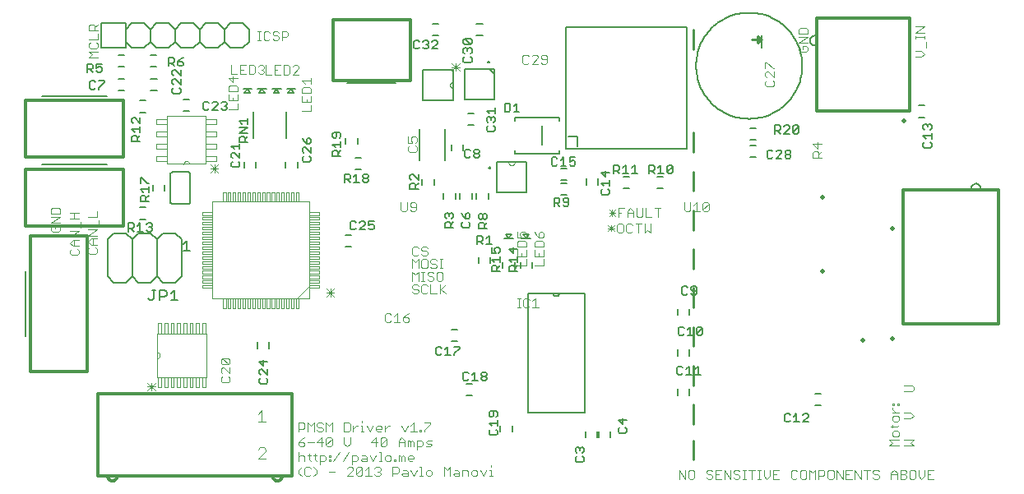
<source format=gto>
G75*
G70*
%OFA0B0*%
%FSLAX24Y24*%
%IPPOS*%
%LPD*%
%AMOC8*
5,1,8,0,0,1.08239X$1,22.5*
%
%ADD10C,0.0030*%
%ADD11C,0.0100*%
%ADD12C,0.0060*%
%ADD13C,0.0080*%
%ADD14C,0.0040*%
%ADD15C,0.0050*%
%ADD16C,0.0000*%
%ADD17C,0.0197*%
%ADD18C,0.0120*%
%ADD19C,0.0080*%
D10*
X005190Y003871D02*
X005504Y004184D01*
X005504Y004027D02*
X005190Y004027D01*
X005190Y004184D02*
X005504Y003871D01*
X005347Y003871D02*
X005347Y004184D01*
X011322Y002568D02*
X011322Y002197D01*
X011322Y002321D02*
X011508Y002321D01*
X011569Y002382D01*
X011569Y002506D01*
X011508Y002568D01*
X011322Y002568D01*
X011691Y002568D02*
X011814Y002444D01*
X011938Y002568D01*
X011938Y002197D01*
X012059Y002259D02*
X012121Y002197D01*
X012244Y002197D01*
X012306Y002259D01*
X012306Y002321D01*
X012244Y002382D01*
X012121Y002382D01*
X012059Y002444D01*
X012059Y002506D01*
X012121Y002568D01*
X012244Y002568D01*
X012306Y002506D01*
X012427Y002568D02*
X012551Y002444D01*
X012674Y002568D01*
X012674Y002197D01*
X012613Y001968D02*
X012674Y001906D01*
X012427Y001659D01*
X012489Y001597D01*
X012613Y001597D01*
X012674Y001659D01*
X012674Y001906D01*
X012613Y001968D02*
X012489Y001968D01*
X012427Y001906D01*
X012427Y001659D01*
X012306Y001782D02*
X012059Y001782D01*
X012244Y001968D01*
X012244Y001597D01*
X011938Y001782D02*
X011691Y001782D01*
X011569Y001721D02*
X011508Y001782D01*
X011322Y001782D01*
X011322Y001659D01*
X011384Y001597D01*
X011508Y001597D01*
X011569Y001659D01*
X011569Y001721D01*
X011446Y001906D02*
X011322Y001782D01*
X011446Y001906D02*
X011569Y001968D01*
X011691Y002197D02*
X011691Y002568D01*
X012427Y002568D02*
X012427Y002197D01*
X013164Y002197D02*
X013349Y002197D01*
X013411Y002259D01*
X013411Y002506D01*
X013349Y002568D01*
X013164Y002568D01*
X013164Y002197D01*
X013164Y001968D02*
X013164Y001721D01*
X013287Y001597D01*
X013411Y001721D01*
X013411Y001968D01*
X013532Y002197D02*
X013532Y002444D01*
X013532Y002321D02*
X013656Y002444D01*
X013718Y002444D01*
X013839Y002444D02*
X013901Y002444D01*
X013901Y002197D01*
X013839Y002197D02*
X013963Y002197D01*
X014208Y002197D02*
X014332Y002444D01*
X014453Y002382D02*
X014515Y002444D01*
X014638Y002444D01*
X014700Y002382D01*
X014700Y002321D01*
X014453Y002321D01*
X014453Y002382D02*
X014453Y002259D01*
X014515Y002197D01*
X014638Y002197D01*
X014821Y002197D02*
X014821Y002444D01*
X014821Y002321D02*
X014945Y002444D01*
X015007Y002444D01*
X015497Y002444D02*
X015620Y002197D01*
X015744Y002444D01*
X015865Y002444D02*
X015988Y002568D01*
X015988Y002197D01*
X015865Y002197D02*
X016112Y002197D01*
X016233Y002197D02*
X016295Y002197D01*
X016295Y002259D01*
X016233Y002259D01*
X016233Y002197D01*
X016417Y002197D02*
X016417Y002259D01*
X016664Y002506D01*
X016664Y002568D01*
X016417Y002568D01*
X016296Y001844D02*
X016357Y001782D01*
X016357Y001659D01*
X016296Y001597D01*
X016111Y001597D01*
X015989Y001597D02*
X015989Y001782D01*
X015927Y001844D01*
X015866Y001782D01*
X015866Y001597D01*
X015742Y001597D02*
X015742Y001844D01*
X015804Y001844D01*
X015866Y001782D01*
X015621Y001782D02*
X015374Y001782D01*
X015374Y001844D02*
X015497Y001968D01*
X015621Y001844D01*
X015621Y001597D01*
X015374Y001597D02*
X015374Y001844D01*
X014884Y001906D02*
X014884Y001659D01*
X014822Y001597D01*
X014699Y001597D01*
X014637Y001659D01*
X014884Y001906D01*
X014822Y001968D01*
X014699Y001968D01*
X014637Y001906D01*
X014637Y001659D01*
X014516Y001782D02*
X014269Y001782D01*
X014454Y001968D01*
X014454Y001597D01*
X014576Y001368D02*
X014638Y001368D01*
X014638Y000997D01*
X014699Y000997D02*
X014576Y000997D01*
X014577Y000768D02*
X014639Y000706D01*
X014639Y000644D01*
X014577Y000582D01*
X014639Y000521D01*
X014639Y000459D01*
X014577Y000397D01*
X014453Y000397D01*
X014392Y000459D01*
X014270Y000397D02*
X014023Y000397D01*
X014147Y000397D02*
X014147Y000768D01*
X014023Y000644D01*
X013902Y000706D02*
X013655Y000459D01*
X013717Y000397D01*
X013840Y000397D01*
X013902Y000459D01*
X013902Y000706D01*
X013840Y000768D01*
X013717Y000768D01*
X013655Y000706D01*
X013655Y000459D01*
X013534Y000397D02*
X013287Y000397D01*
X013534Y000644D01*
X013534Y000706D01*
X013472Y000768D01*
X013349Y000768D01*
X013287Y000706D01*
X013471Y000874D02*
X013471Y001244D01*
X013656Y001244D01*
X013718Y001182D01*
X013718Y001059D01*
X013656Y000997D01*
X013471Y000997D01*
X013103Y000997D02*
X013350Y001368D01*
X012981Y001368D02*
X012734Y000997D01*
X012612Y000997D02*
X012550Y000997D01*
X012550Y001059D01*
X012612Y001059D01*
X012612Y000997D01*
X012612Y001182D02*
X012550Y001182D01*
X012550Y001244D01*
X012612Y001244D01*
X012612Y001182D01*
X012429Y001182D02*
X012429Y001059D01*
X012367Y000997D01*
X012182Y000997D01*
X012060Y000997D02*
X011998Y001059D01*
X011998Y001306D01*
X011936Y001244D02*
X012060Y001244D01*
X012182Y001244D02*
X012367Y001244D01*
X012429Y001182D01*
X012182Y001244D02*
X012182Y000874D01*
X012060Y000644D02*
X011936Y000768D01*
X011815Y000706D02*
X011753Y000768D01*
X011630Y000768D01*
X011568Y000706D01*
X011568Y000459D01*
X011630Y000397D01*
X011753Y000397D01*
X011815Y000459D01*
X011936Y000397D02*
X012060Y000521D01*
X012060Y000644D01*
X012550Y000582D02*
X012797Y000582D01*
X013839Y001059D02*
X013901Y001121D01*
X014086Y001121D01*
X014086Y001182D02*
X014086Y000997D01*
X013901Y000997D01*
X013839Y001059D01*
X013901Y001244D02*
X014024Y001244D01*
X014086Y001182D01*
X014208Y001244D02*
X014331Y000997D01*
X014454Y001244D01*
X014821Y001182D02*
X014821Y001059D01*
X014883Y000997D01*
X015007Y000997D01*
X015068Y001059D01*
X015068Y001182D01*
X015007Y001244D01*
X014883Y001244D01*
X014821Y001182D01*
X015190Y001059D02*
X015251Y001059D01*
X015251Y000997D01*
X015190Y000997D01*
X015190Y001059D01*
X015374Y000997D02*
X015374Y001244D01*
X015436Y001244D01*
X015497Y001182D01*
X015559Y001244D01*
X015621Y001182D01*
X015621Y000997D01*
X015497Y000997D02*
X015497Y001182D01*
X015742Y001182D02*
X015742Y001059D01*
X015804Y000997D01*
X015927Y000997D01*
X015989Y001121D02*
X015742Y001121D01*
X015742Y001182D02*
X015804Y001244D01*
X015927Y001244D01*
X015989Y001182D01*
X015989Y001121D01*
X016111Y001474D02*
X016111Y001844D01*
X016296Y001844D01*
X016479Y001782D02*
X016541Y001721D01*
X016664Y001721D01*
X016726Y001659D01*
X016664Y001597D01*
X016479Y001597D01*
X016479Y001782D02*
X016541Y001844D01*
X016726Y001844D01*
X016295Y000768D02*
X016295Y000397D01*
X016233Y000397D02*
X016357Y000397D01*
X016479Y000459D02*
X016541Y000397D01*
X016664Y000397D01*
X016726Y000459D01*
X016726Y000582D01*
X016664Y000644D01*
X016541Y000644D01*
X016479Y000582D01*
X016479Y000459D01*
X016295Y000768D02*
X016233Y000768D01*
X016112Y000644D02*
X015988Y000397D01*
X015865Y000644D01*
X015744Y000582D02*
X015744Y000397D01*
X015558Y000397D01*
X015497Y000459D01*
X015558Y000521D01*
X015744Y000521D01*
X015744Y000582D02*
X015682Y000644D01*
X015558Y000644D01*
X015375Y000582D02*
X015314Y000521D01*
X015128Y000521D01*
X015128Y000397D02*
X015128Y000768D01*
X015314Y000768D01*
X015375Y000706D01*
X015375Y000582D01*
X014577Y000582D02*
X014515Y000582D01*
X014392Y000706D02*
X014453Y000768D01*
X014577Y000768D01*
X014208Y002197D02*
X014085Y002444D01*
X013901Y002568D02*
X013901Y002629D01*
X011814Y001244D02*
X011691Y001244D01*
X011753Y001306D02*
X011753Y001059D01*
X011814Y000997D01*
X011569Y000997D02*
X011569Y001182D01*
X011508Y001244D01*
X011384Y001244D01*
X011322Y001182D01*
X011322Y000997D02*
X011322Y001368D01*
X011446Y000768D02*
X011322Y000644D01*
X011322Y000521D01*
X011446Y000397D01*
X017216Y000397D02*
X017216Y000768D01*
X017339Y000644D01*
X017462Y000768D01*
X017462Y000397D01*
X017584Y000459D02*
X017646Y000521D01*
X017831Y000521D01*
X017831Y000582D02*
X017831Y000397D01*
X017646Y000397D01*
X017584Y000459D01*
X017646Y000644D02*
X017769Y000644D01*
X017831Y000582D01*
X017952Y000644D02*
X018137Y000644D01*
X018199Y000582D01*
X018199Y000397D01*
X018320Y000459D02*
X018382Y000397D01*
X018506Y000397D01*
X018567Y000459D01*
X018567Y000582D01*
X018506Y000644D01*
X018382Y000644D01*
X018320Y000582D01*
X018320Y000459D01*
X017952Y000397D02*
X017952Y000644D01*
X018689Y000644D02*
X018812Y000397D01*
X018936Y000644D01*
X019057Y000644D02*
X019119Y000644D01*
X019119Y000397D01*
X019057Y000397D02*
X019181Y000397D01*
X019119Y000768D02*
X019119Y000829D01*
X026741Y000651D02*
X026741Y000281D01*
X026988Y000281D02*
X026741Y000651D01*
X026988Y000651D02*
X026988Y000281D01*
X027110Y000342D02*
X027171Y000281D01*
X027295Y000281D01*
X027356Y000342D01*
X027356Y000589D01*
X027295Y000651D01*
X027171Y000651D01*
X027110Y000589D01*
X027110Y000342D01*
X027846Y000342D02*
X027908Y000281D01*
X028031Y000281D01*
X028093Y000342D01*
X028093Y000404D01*
X028031Y000466D01*
X027908Y000466D01*
X027846Y000528D01*
X027846Y000589D01*
X027908Y000651D01*
X028031Y000651D01*
X028093Y000589D01*
X028214Y000651D02*
X028214Y000281D01*
X028461Y000281D01*
X028583Y000281D02*
X028583Y000651D01*
X028830Y000281D01*
X028830Y000651D01*
X028951Y000589D02*
X028951Y000528D01*
X029013Y000466D01*
X029136Y000466D01*
X029198Y000404D01*
X029198Y000342D01*
X029136Y000281D01*
X029013Y000281D01*
X028951Y000342D01*
X028951Y000589D02*
X029013Y000651D01*
X029136Y000651D01*
X029198Y000589D01*
X029319Y000651D02*
X029443Y000651D01*
X029381Y000651D02*
X029381Y000281D01*
X029319Y000281D02*
X029443Y000281D01*
X029688Y000281D02*
X029688Y000651D01*
X029565Y000651D02*
X029812Y000651D01*
X029933Y000651D02*
X030057Y000651D01*
X029995Y000651D02*
X029995Y000281D01*
X029933Y000281D02*
X030057Y000281D01*
X030179Y000404D02*
X030302Y000281D01*
X030426Y000404D01*
X030426Y000651D01*
X030547Y000651D02*
X030547Y000281D01*
X030794Y000281D01*
X030671Y000466D02*
X030547Y000466D01*
X030547Y000651D02*
X030794Y000651D01*
X031284Y000589D02*
X031284Y000342D01*
X031345Y000281D01*
X031469Y000281D01*
X031531Y000342D01*
X031652Y000342D02*
X031652Y000589D01*
X031714Y000651D01*
X031837Y000651D01*
X031899Y000589D01*
X031899Y000342D01*
X031837Y000281D01*
X031714Y000281D01*
X031652Y000342D01*
X031531Y000589D02*
X031469Y000651D01*
X031345Y000651D01*
X031284Y000589D01*
X032020Y000651D02*
X032020Y000281D01*
X032267Y000281D02*
X032267Y000651D01*
X032144Y000528D01*
X032020Y000651D01*
X032389Y000651D02*
X032389Y000281D01*
X032389Y000404D02*
X032574Y000404D01*
X032636Y000466D01*
X032636Y000589D01*
X032574Y000651D01*
X032389Y000651D01*
X032757Y000589D02*
X032757Y000342D01*
X032819Y000281D01*
X032942Y000281D01*
X033004Y000342D01*
X033004Y000589D01*
X032942Y000651D01*
X032819Y000651D01*
X032757Y000589D01*
X033125Y000651D02*
X033125Y000281D01*
X033372Y000281D02*
X033125Y000651D01*
X033372Y000651D02*
X033372Y000281D01*
X033494Y000281D02*
X033741Y000281D01*
X033862Y000281D02*
X033862Y000651D01*
X034109Y000281D01*
X034109Y000651D01*
X034230Y000651D02*
X034477Y000651D01*
X034354Y000651D02*
X034354Y000281D01*
X034599Y000342D02*
X034660Y000281D01*
X034784Y000281D01*
X034845Y000342D01*
X034845Y000404D01*
X034784Y000466D01*
X034660Y000466D01*
X034599Y000528D01*
X034599Y000589D01*
X034660Y000651D01*
X034784Y000651D01*
X034845Y000589D01*
X035335Y000528D02*
X035335Y000281D01*
X035335Y000466D02*
X035582Y000466D01*
X035582Y000528D02*
X035582Y000281D01*
X035704Y000281D02*
X035889Y000281D01*
X035950Y000342D01*
X035950Y000404D01*
X035889Y000466D01*
X035704Y000466D01*
X035582Y000528D02*
X035459Y000651D01*
X035335Y000528D01*
X035704Y000651D02*
X035704Y000281D01*
X035889Y000466D02*
X035950Y000528D01*
X035950Y000589D01*
X035889Y000651D01*
X035704Y000651D01*
X036072Y000589D02*
X036072Y000342D01*
X036134Y000281D01*
X036257Y000281D01*
X036319Y000342D01*
X036319Y000589D01*
X036257Y000651D01*
X036134Y000651D01*
X036072Y000589D01*
X036440Y000651D02*
X036440Y000404D01*
X036564Y000281D01*
X036687Y000404D01*
X036687Y000651D01*
X036808Y000651D02*
X036808Y000281D01*
X037055Y000281D01*
X036932Y000466D02*
X036808Y000466D01*
X036808Y000651D02*
X037055Y000651D01*
X036237Y001622D02*
X035867Y001622D01*
X035637Y001622D02*
X035267Y001622D01*
X035390Y001745D01*
X035267Y001869D01*
X035637Y001869D01*
X035576Y001990D02*
X035637Y002052D01*
X035637Y002175D01*
X035576Y002237D01*
X035452Y002237D01*
X035390Y002175D01*
X035390Y002052D01*
X035452Y001990D01*
X035576Y001990D01*
X035867Y001869D02*
X036237Y001869D01*
X036114Y001745D01*
X036237Y001622D01*
X035576Y002420D02*
X035637Y002482D01*
X035576Y002420D02*
X035329Y002420D01*
X035390Y002358D02*
X035390Y002482D01*
X035452Y002604D02*
X035576Y002604D01*
X035637Y002666D01*
X035637Y002789D01*
X035576Y002851D01*
X035452Y002851D01*
X035390Y002789D01*
X035390Y002666D01*
X035452Y002604D01*
X035867Y002727D02*
X036114Y002727D01*
X036237Y002850D01*
X036114Y002974D01*
X035867Y002974D01*
X035637Y002972D02*
X035390Y002972D01*
X035390Y003096D02*
X035390Y003157D01*
X035390Y003096D02*
X035514Y002972D01*
X035576Y003279D02*
X035637Y003279D01*
X035637Y003341D01*
X035576Y003341D01*
X035576Y003279D01*
X035452Y003279D02*
X035390Y003279D01*
X035390Y003341D01*
X035452Y003341D01*
X035452Y003279D01*
X035867Y003832D02*
X036176Y003832D01*
X036237Y003893D01*
X036237Y004017D01*
X036176Y004078D01*
X035867Y004078D01*
X033741Y000651D02*
X033494Y000651D01*
X033494Y000281D01*
X033494Y000466D02*
X033617Y000466D01*
X030179Y000404D02*
X030179Y000651D01*
X028461Y000651D02*
X028214Y000651D01*
X028214Y000466D02*
X028338Y000466D01*
X021045Y007246D02*
X020799Y007246D01*
X020922Y007246D02*
X020922Y007616D01*
X020799Y007493D01*
X020677Y007554D02*
X020615Y007616D01*
X020492Y007616D01*
X020430Y007554D01*
X020430Y007307D01*
X020492Y007246D01*
X020615Y007246D01*
X020677Y007307D01*
X020308Y007246D02*
X020185Y007246D01*
X020246Y007246D02*
X020246Y007616D01*
X020185Y007616D02*
X020308Y007616D01*
X020175Y008952D02*
X020545Y008952D01*
X020545Y009199D01*
X020545Y009321D02*
X020175Y009321D01*
X020175Y009568D01*
X020175Y009689D02*
X020175Y009874D01*
X020236Y009936D01*
X020483Y009936D01*
X020545Y009874D01*
X020545Y009689D01*
X020175Y009689D01*
X020360Y009444D02*
X020360Y009321D01*
X020545Y009321D02*
X020545Y009568D01*
X020883Y009568D02*
X020883Y009321D01*
X021254Y009321D01*
X021254Y009568D01*
X021254Y009689D02*
X021254Y009874D01*
X021192Y009936D01*
X020945Y009936D01*
X020883Y009874D01*
X020883Y009689D01*
X021254Y009689D01*
X021069Y009444D02*
X021069Y009321D01*
X021254Y009199D02*
X021254Y008952D01*
X020883Y008952D01*
X021069Y010057D02*
X021069Y010242D01*
X021130Y010304D01*
X021192Y010304D01*
X021254Y010242D01*
X021254Y010119D01*
X021192Y010057D01*
X021069Y010057D01*
X020945Y010181D01*
X020883Y010304D01*
X020545Y010242D02*
X020545Y010119D01*
X020483Y010057D01*
X020360Y010057D02*
X020298Y010181D01*
X020298Y010242D01*
X020360Y010304D01*
X020483Y010304D01*
X020545Y010242D01*
X020360Y010057D02*
X020175Y010057D01*
X020175Y010304D01*
X017161Y009197D02*
X017038Y009197D01*
X017099Y009197D02*
X017099Y008826D01*
X017038Y008826D02*
X017161Y008826D01*
X017100Y008685D02*
X017162Y008623D01*
X017162Y008376D01*
X017100Y008315D01*
X016977Y008315D01*
X016915Y008376D01*
X016915Y008623D01*
X016977Y008685D01*
X017100Y008685D01*
X016916Y008888D02*
X016855Y008826D01*
X016731Y008826D01*
X016669Y008888D01*
X016548Y008888D02*
X016548Y009135D01*
X016486Y009197D01*
X016363Y009197D01*
X016301Y009135D01*
X016301Y008888D01*
X016363Y008826D01*
X016486Y008826D01*
X016548Y008888D01*
X016608Y008685D02*
X016547Y008623D01*
X016547Y008561D01*
X016608Y008500D01*
X016732Y008500D01*
X016793Y008438D01*
X016793Y008376D01*
X016732Y008315D01*
X016608Y008315D01*
X016547Y008376D01*
X016424Y008315D02*
X016301Y008315D01*
X016363Y008315D02*
X016363Y008685D01*
X016424Y008685D02*
X016301Y008685D01*
X016180Y008685D02*
X016180Y008315D01*
X016118Y008173D02*
X015994Y008173D01*
X015933Y008111D01*
X015933Y008050D01*
X015994Y007988D01*
X016118Y007988D01*
X016180Y007926D01*
X016180Y007865D01*
X016118Y007803D01*
X015994Y007803D01*
X015933Y007865D01*
X016180Y008111D02*
X016118Y008173D01*
X016301Y008111D02*
X016301Y007865D01*
X016363Y007803D01*
X016486Y007803D01*
X016548Y007865D01*
X016669Y007803D02*
X016916Y007803D01*
X017038Y007803D02*
X017038Y008173D01*
X017099Y007988D02*
X017285Y007803D01*
X017038Y007926D02*
X017285Y008173D01*
X016669Y008173D02*
X016669Y007803D01*
X016548Y008111D02*
X016486Y008173D01*
X016363Y008173D01*
X016301Y008111D01*
X015933Y008315D02*
X015933Y008685D01*
X016056Y008561D01*
X016180Y008685D01*
X016180Y008826D02*
X016180Y009197D01*
X016056Y009073D01*
X015933Y009197D01*
X015933Y008826D01*
X016608Y008685D02*
X016732Y008685D01*
X016793Y008623D01*
X016916Y008888D02*
X016916Y008950D01*
X016855Y009012D01*
X016731Y009012D01*
X016669Y009073D01*
X016669Y009135D01*
X016731Y009197D01*
X016855Y009197D01*
X016916Y009135D01*
X016548Y009400D02*
X016486Y009338D01*
X016363Y009338D01*
X016301Y009400D01*
X016180Y009400D02*
X016118Y009338D01*
X015994Y009338D01*
X015933Y009400D01*
X015933Y009647D01*
X015994Y009709D01*
X016118Y009709D01*
X016180Y009647D01*
X016301Y009647D02*
X016301Y009585D01*
X016363Y009523D01*
X016486Y009523D01*
X016548Y009462D01*
X016548Y009400D01*
X016548Y009647D02*
X016486Y009709D01*
X016363Y009709D01*
X016301Y009647D01*
X012761Y007996D02*
X012447Y007682D01*
X012604Y007682D02*
X012604Y007996D01*
X012447Y007996D02*
X012761Y007682D01*
X012761Y007839D02*
X012447Y007839D01*
X008065Y012709D02*
X007751Y013022D01*
X007751Y012866D02*
X008065Y012866D01*
X008065Y013022D02*
X007751Y012709D01*
X007908Y012709D02*
X007908Y013022D01*
X008471Y015259D02*
X008841Y015259D01*
X008841Y015506D01*
X008841Y015627D02*
X008471Y015627D01*
X008471Y015874D01*
X008471Y015995D02*
X008471Y016180D01*
X008533Y016242D01*
X008780Y016242D01*
X008841Y016180D01*
X008841Y015995D01*
X008471Y015995D01*
X008656Y015750D02*
X008656Y015627D01*
X008841Y015627D02*
X008841Y015874D01*
X008656Y016364D02*
X008656Y016611D01*
X008578Y016694D02*
X008825Y016694D01*
X008947Y016694D02*
X009194Y016694D01*
X009315Y016694D02*
X009315Y017064D01*
X009500Y017064D01*
X009562Y017003D01*
X009562Y016756D01*
X009500Y016694D01*
X009315Y016694D01*
X009070Y016879D02*
X008947Y016879D01*
X008947Y017064D02*
X008947Y016694D01*
X008841Y016549D02*
X008471Y016549D01*
X008656Y016364D01*
X008578Y016694D02*
X008578Y017064D01*
X008947Y017064D02*
X009194Y017064D01*
X009683Y017003D02*
X009745Y017064D01*
X009868Y017064D01*
X009930Y017003D01*
X009930Y016941D01*
X009868Y016879D01*
X009930Y016818D01*
X009930Y016756D01*
X009868Y016694D01*
X009745Y016694D01*
X009683Y016756D01*
X009807Y016879D02*
X009868Y016879D01*
X009972Y017057D02*
X009972Y016686D01*
X010219Y016686D01*
X010340Y016686D02*
X010587Y016686D01*
X010709Y016686D02*
X010894Y016686D01*
X010956Y016748D01*
X010956Y016995D01*
X010894Y017057D01*
X010709Y017057D01*
X010709Y016686D01*
X010464Y016871D02*
X010340Y016871D01*
X010340Y016686D02*
X010340Y017057D01*
X010587Y017057D01*
X011077Y016995D02*
X011139Y017057D01*
X011262Y017057D01*
X011324Y016995D01*
X011324Y016933D01*
X011077Y016686D01*
X011324Y016686D01*
X011454Y016425D02*
X011825Y016425D01*
X011825Y016548D02*
X011825Y016301D01*
X011763Y016180D02*
X011516Y016180D01*
X011454Y016118D01*
X011454Y015933D01*
X011825Y015933D01*
X011825Y016118D01*
X011763Y016180D01*
X011578Y016301D02*
X011454Y016425D01*
X011454Y015812D02*
X011454Y015565D01*
X011825Y015565D01*
X011825Y015812D01*
X011639Y015688D02*
X011639Y015565D01*
X011825Y015443D02*
X011825Y015196D01*
X011454Y015196D01*
X015749Y014166D02*
X015749Y013919D01*
X015934Y013919D01*
X015872Y014043D01*
X015872Y014104D01*
X015934Y014166D01*
X016058Y014166D01*
X016119Y014104D01*
X016119Y013981D01*
X016058Y013919D01*
X016058Y013798D02*
X016119Y013736D01*
X016119Y013613D01*
X016058Y013551D01*
X015811Y013551D01*
X015749Y013613D01*
X015749Y013736D01*
X015811Y013798D01*
X017524Y016824D02*
X017838Y017137D01*
X017838Y016981D02*
X017524Y016981D01*
X017524Y017137D02*
X017838Y016824D01*
X017681Y016824D02*
X017681Y017137D01*
X020401Y017176D02*
X020463Y017114D01*
X020586Y017114D01*
X020648Y017176D01*
X020770Y017114D02*
X021016Y017361D01*
X021016Y017422D01*
X020955Y017484D01*
X020831Y017484D01*
X020770Y017422D01*
X020648Y017422D02*
X020586Y017484D01*
X020463Y017484D01*
X020401Y017422D01*
X020401Y017176D01*
X020770Y017114D02*
X021016Y017114D01*
X021138Y017176D02*
X021200Y017114D01*
X021323Y017114D01*
X021385Y017176D01*
X021385Y017422D01*
X021323Y017484D01*
X021200Y017484D01*
X021138Y017422D01*
X021138Y017361D01*
X021200Y017299D01*
X021385Y017299D01*
X030229Y017179D02*
X030229Y016932D01*
X030291Y016811D02*
X030229Y016749D01*
X030229Y016625D01*
X030291Y016564D01*
X030291Y016442D02*
X030229Y016381D01*
X030229Y016257D01*
X030291Y016195D01*
X030538Y016195D01*
X030600Y016257D01*
X030600Y016381D01*
X030538Y016442D01*
X030600Y016564D02*
X030353Y016811D01*
X030291Y016811D01*
X030538Y016932D02*
X030600Y016932D01*
X030538Y016932D02*
X030291Y017179D01*
X030229Y017179D01*
X030600Y016811D02*
X030600Y016564D01*
X031637Y017594D02*
X031576Y017656D01*
X031576Y017779D01*
X031637Y017841D01*
X031761Y017841D02*
X031761Y017718D01*
X031761Y017841D02*
X031884Y017841D01*
X031946Y017779D01*
X031946Y017656D01*
X031884Y017594D01*
X031637Y017594D01*
X031576Y017962D02*
X031946Y018209D01*
X031576Y018209D01*
X031576Y018331D02*
X031576Y018516D01*
X031637Y018578D01*
X031884Y018578D01*
X031946Y018516D01*
X031946Y018331D01*
X031576Y018331D01*
X031576Y017962D02*
X031946Y017962D01*
X036314Y018130D02*
X036314Y018253D01*
X036314Y018192D02*
X036685Y018192D01*
X036685Y018253D02*
X036685Y018130D01*
X036746Y018008D02*
X036746Y017762D01*
X036561Y017640D02*
X036314Y017640D01*
X036314Y017393D02*
X036561Y017393D01*
X036685Y017517D01*
X036561Y017640D01*
X036685Y018375D02*
X036314Y018375D01*
X036685Y018622D01*
X036314Y018622D01*
X032525Y013863D02*
X032155Y013863D01*
X032340Y013678D01*
X032340Y013925D01*
X032340Y013556D02*
X032402Y013495D01*
X032402Y013309D01*
X032525Y013309D02*
X032155Y013309D01*
X032155Y013495D01*
X032216Y013556D01*
X032340Y013556D01*
X032402Y013433D02*
X032525Y013556D01*
X025994Y011264D02*
X025747Y011264D01*
X025870Y011264D02*
X025870Y010893D01*
X025625Y010893D02*
X025378Y010893D01*
X025378Y011264D01*
X025257Y011264D02*
X025257Y010955D01*
X025195Y010893D01*
X025072Y010893D01*
X025010Y010955D01*
X025010Y011264D01*
X024889Y011140D02*
X024889Y010893D01*
X024889Y011079D02*
X024642Y011079D01*
X024642Y011140D02*
X024642Y010893D01*
X024642Y011140D02*
X024765Y011264D01*
X024889Y011140D01*
X024520Y011264D02*
X024273Y011264D01*
X024273Y010893D01*
X024152Y010955D02*
X023905Y011202D01*
X023905Y011079D02*
X024152Y011079D01*
X024273Y011079D02*
X024397Y011079D01*
X024152Y011202D02*
X023905Y010955D01*
X024029Y010955D02*
X024029Y011202D01*
X024296Y010634D02*
X024234Y010572D01*
X024234Y010325D01*
X024296Y010263D01*
X024419Y010263D01*
X024481Y010325D01*
X024481Y010572D01*
X024419Y010634D01*
X024296Y010634D01*
X024113Y010572D02*
X023866Y010325D01*
X023989Y010325D02*
X023989Y010572D01*
X023866Y010572D02*
X024113Y010325D01*
X024113Y010449D02*
X023866Y010449D01*
X024602Y010572D02*
X024602Y010325D01*
X024664Y010263D01*
X024788Y010263D01*
X024849Y010325D01*
X024849Y010572D02*
X024788Y010634D01*
X024664Y010634D01*
X024602Y010572D01*
X024971Y010634D02*
X025218Y010634D01*
X025339Y010634D02*
X025339Y010263D01*
X025462Y010387D01*
X025586Y010263D01*
X025586Y010634D01*
X025094Y010634D02*
X025094Y010263D01*
X010886Y018257D02*
X010824Y018196D01*
X010639Y018196D01*
X010518Y018196D02*
X010518Y018134D01*
X010456Y018072D01*
X010333Y018072D01*
X010271Y018134D01*
X010149Y018134D02*
X010088Y018072D01*
X009964Y018072D01*
X009903Y018134D01*
X009903Y018381D01*
X009964Y018442D01*
X010088Y018442D01*
X010149Y018381D01*
X010271Y018381D02*
X010271Y018319D01*
X010333Y018257D01*
X010456Y018257D01*
X010518Y018196D01*
X010639Y018072D02*
X010639Y018442D01*
X010824Y018442D01*
X010886Y018381D01*
X010886Y018257D01*
X010518Y018381D02*
X010456Y018442D01*
X010333Y018442D01*
X010271Y018381D01*
X009780Y018442D02*
X009657Y018442D01*
X009719Y018442D02*
X009719Y018072D01*
X009780Y018072D02*
X009657Y018072D01*
X003192Y018106D02*
X003192Y018352D01*
X003192Y018474D02*
X002822Y018474D01*
X002822Y018659D01*
X002884Y018721D01*
X003007Y018721D01*
X003069Y018659D01*
X003069Y018474D01*
X003069Y018597D02*
X003192Y018721D01*
X003192Y018106D02*
X002822Y018106D01*
X002884Y017984D02*
X002822Y017922D01*
X002822Y017799D01*
X002884Y017737D01*
X003131Y017737D01*
X003192Y017799D01*
X003192Y017922D01*
X003131Y017984D01*
X003192Y017616D02*
X002822Y017616D01*
X002946Y017492D01*
X002822Y017369D01*
X003192Y017369D01*
X003159Y011137D02*
X003159Y010890D01*
X002788Y010890D01*
X002480Y010714D02*
X002480Y010467D01*
X002418Y010345D02*
X002048Y010345D01*
X002048Y010098D02*
X002418Y010345D01*
X002418Y010098D02*
X002048Y010098D01*
X002172Y009977D02*
X002418Y009977D01*
X002233Y009977D02*
X002233Y009730D01*
X002172Y009730D02*
X002048Y009854D01*
X002172Y009977D01*
X002172Y009730D02*
X002418Y009730D01*
X002357Y009609D02*
X002418Y009547D01*
X002418Y009424D01*
X002357Y009362D01*
X002110Y009362D01*
X002048Y009424D01*
X002048Y009547D01*
X002110Y009609D01*
X002788Y009602D02*
X002788Y009479D01*
X002850Y009417D01*
X003097Y009417D01*
X003159Y009479D01*
X003159Y009602D01*
X003097Y009664D01*
X003159Y009785D02*
X002912Y009785D01*
X002788Y009909D01*
X002912Y010032D01*
X003159Y010032D01*
X003159Y010154D02*
X002788Y010154D01*
X003159Y010400D01*
X002788Y010400D01*
X002973Y010032D02*
X002973Y009785D01*
X002850Y009664D02*
X002788Y009602D01*
X001645Y010362D02*
X001584Y010300D01*
X001337Y010300D01*
X001275Y010362D01*
X001275Y010485D01*
X001337Y010547D01*
X001460Y010547D02*
X001460Y010424D01*
X001460Y010547D02*
X001584Y010547D01*
X001645Y010485D01*
X001645Y010362D01*
X001645Y010669D02*
X001275Y010669D01*
X001645Y010915D01*
X001275Y010915D01*
X001275Y011037D02*
X001275Y011222D01*
X001337Y011284D01*
X001584Y011284D01*
X001645Y011222D01*
X001645Y011037D01*
X001275Y011037D01*
X002048Y011082D02*
X002418Y011082D01*
X002233Y011082D02*
X002233Y010835D01*
X002418Y010835D02*
X002048Y010835D01*
X003220Y010769D02*
X003220Y010522D01*
D11*
X027315Y010386D02*
X027315Y011174D01*
X027315Y011961D02*
X027315Y012748D01*
X027315Y013536D02*
X027315Y014323D01*
X027315Y017709D02*
X027315Y018496D01*
X029678Y018103D02*
X030071Y018103D01*
X030071Y018107D01*
X029933Y018244D01*
X029933Y017961D01*
X030071Y018099D01*
X027315Y009599D02*
X027315Y008811D01*
X027315Y008024D02*
X027315Y007237D01*
X027315Y006449D02*
X027315Y005662D01*
X027315Y004874D02*
X027315Y004087D01*
X027315Y003300D02*
X027315Y002512D01*
X027315Y001843D02*
X027315Y001056D01*
D12*
X024617Y002190D02*
X024617Y002303D01*
X024560Y002360D01*
X024617Y002190D02*
X024560Y002133D01*
X024333Y002133D01*
X024276Y002190D01*
X024276Y002303D01*
X024333Y002360D01*
X024447Y002501D02*
X024447Y002728D01*
X024617Y002672D02*
X024276Y002672D01*
X024447Y002501D01*
X023969Y002197D02*
X023969Y001961D01*
X023496Y001961D02*
X023496Y002197D01*
X023418Y002197D02*
X023418Y001961D01*
X022945Y001961D02*
X022945Y002197D01*
X022828Y001559D02*
X022771Y001559D01*
X022714Y001502D01*
X022714Y001446D01*
X022714Y001502D02*
X022658Y001559D01*
X022601Y001559D01*
X022544Y001502D01*
X022544Y001389D01*
X022601Y001332D01*
X022601Y001191D02*
X022544Y001134D01*
X022544Y001021D01*
X022601Y000964D01*
X022828Y000964D01*
X022884Y001021D01*
X022884Y001134D01*
X022828Y001191D01*
X022828Y001332D02*
X022884Y001389D01*
X022884Y001502D01*
X022828Y001559D01*
X019973Y002213D02*
X019973Y002449D01*
X019500Y002449D02*
X019500Y002213D01*
X019382Y002231D02*
X019382Y002118D01*
X019325Y002061D01*
X019098Y002061D01*
X019041Y002118D01*
X019041Y002231D01*
X019098Y002288D01*
X019155Y002429D02*
X019041Y002543D01*
X019382Y002543D01*
X019382Y002656D02*
X019382Y002429D01*
X019325Y002288D02*
X019382Y002231D01*
X019325Y002798D02*
X019382Y002854D01*
X019382Y002968D01*
X019325Y003025D01*
X019098Y003025D01*
X019041Y002968D01*
X019041Y002854D01*
X019098Y002798D01*
X019155Y002798D01*
X019211Y002854D01*
X019211Y003025D01*
X018367Y003681D02*
X018130Y003681D01*
X018130Y004154D02*
X018367Y004154D01*
X018347Y004273D02*
X018574Y004273D01*
X018460Y004273D02*
X018460Y004613D01*
X018347Y004500D01*
X018205Y004556D02*
X018149Y004613D01*
X018035Y004613D01*
X017978Y004556D01*
X017978Y004329D01*
X018035Y004273D01*
X018149Y004273D01*
X018205Y004329D01*
X018715Y004329D02*
X018715Y004386D01*
X018772Y004443D01*
X018885Y004443D01*
X018942Y004386D01*
X018942Y004329D01*
X018885Y004273D01*
X018772Y004273D01*
X018715Y004329D01*
X018772Y004443D02*
X018715Y004500D01*
X018715Y004556D01*
X018772Y004613D01*
X018885Y004613D01*
X018942Y004556D01*
X018942Y004500D01*
X018885Y004443D01*
X017620Y005301D02*
X017620Y005358D01*
X017846Y005585D01*
X017846Y005642D01*
X017620Y005642D01*
X017528Y005867D02*
X017764Y005867D01*
X017365Y005642D02*
X017365Y005301D01*
X017478Y005301D02*
X017251Y005301D01*
X017110Y005358D02*
X017053Y005301D01*
X016940Y005301D01*
X016883Y005358D01*
X016883Y005585D01*
X016940Y005642D01*
X017053Y005642D01*
X017110Y005585D01*
X017251Y005528D02*
X017365Y005642D01*
X017528Y006339D02*
X017764Y006339D01*
X019140Y008699D02*
X019140Y008869D01*
X019196Y008926D01*
X019310Y008926D01*
X019367Y008869D01*
X019367Y008699D01*
X019480Y008699D02*
X019140Y008699D01*
X019367Y008812D02*
X019480Y008926D01*
X019599Y008851D02*
X019599Y009087D01*
X019480Y009067D02*
X019480Y009294D01*
X019480Y009181D02*
X019140Y009181D01*
X019253Y009067D01*
X019087Y009028D02*
X019087Y009264D01*
X019140Y009436D02*
X019310Y009436D01*
X019253Y009549D01*
X019253Y009606D01*
X019310Y009662D01*
X019423Y009662D01*
X019480Y009606D01*
X019480Y009492D01*
X019423Y009436D01*
X019140Y009436D02*
X019140Y009662D01*
X019156Y009796D02*
X018929Y009796D01*
X019043Y009796D02*
X019043Y010137D01*
X018929Y010023D01*
X018788Y009966D02*
X018731Y009910D01*
X018561Y009910D01*
X018675Y009910D02*
X018788Y009796D01*
X018788Y009966D02*
X018788Y010080D01*
X018731Y010137D01*
X018561Y010137D01*
X018561Y009796D01*
X018615Y009264D02*
X018615Y009028D01*
X019848Y009181D02*
X019962Y009067D01*
X020071Y009087D02*
X020071Y008851D01*
X020075Y008869D02*
X020075Y008699D01*
X020075Y008812D02*
X020189Y008926D01*
X020075Y008869D02*
X020019Y008926D01*
X019905Y008926D01*
X019848Y008869D01*
X019848Y008699D01*
X020189Y008699D01*
X020307Y008851D02*
X020307Y009087D01*
X020189Y009067D02*
X020189Y009294D01*
X020189Y009181D02*
X019848Y009181D01*
X020019Y009436D02*
X020019Y009662D01*
X020189Y009606D02*
X019848Y009606D01*
X020019Y009436D01*
X020780Y009087D02*
X020780Y008851D01*
X018955Y010452D02*
X018615Y010452D01*
X018615Y010622D01*
X018672Y010679D01*
X018785Y010679D01*
X018842Y010622D01*
X018842Y010452D01*
X018842Y010565D02*
X018955Y010679D01*
X018899Y010820D02*
X018842Y010820D01*
X018785Y010877D01*
X018785Y010990D01*
X018842Y011047D01*
X018899Y011047D01*
X018955Y010990D01*
X018955Y010877D01*
X018899Y010820D01*
X018785Y010877D02*
X018728Y010820D01*
X018672Y010820D01*
X018615Y010877D01*
X018615Y010990D01*
X018672Y011047D01*
X018728Y011047D01*
X018785Y010990D01*
X018260Y011009D02*
X018203Y011066D01*
X018146Y011066D01*
X018089Y011009D01*
X018089Y010839D01*
X018203Y010839D01*
X018260Y010896D01*
X018260Y011009D01*
X018089Y010839D02*
X017976Y010952D01*
X017919Y011066D01*
X017590Y011009D02*
X017590Y010896D01*
X017534Y010839D01*
X017590Y010697D02*
X017477Y010584D01*
X017477Y010641D02*
X017477Y010471D01*
X017590Y010471D02*
X017250Y010471D01*
X017250Y010641D01*
X017307Y010697D01*
X017420Y010697D01*
X017477Y010641D01*
X017307Y010839D02*
X017250Y010896D01*
X017250Y011009D01*
X017307Y011066D01*
X017363Y011066D01*
X017420Y011009D01*
X017477Y011066D01*
X017534Y011066D01*
X017590Y011009D01*
X017420Y011009D02*
X017420Y010952D01*
X017919Y010641D02*
X017976Y010697D01*
X017919Y010641D02*
X017919Y010527D01*
X017976Y010471D01*
X018203Y010471D01*
X018260Y010527D01*
X018260Y010641D01*
X018203Y010697D01*
X018339Y011646D02*
X018339Y011882D01*
X018536Y011882D02*
X018536Y011646D01*
X019008Y011646D02*
X019008Y011882D01*
X019343Y011902D02*
X019343Y013122D01*
X019833Y013122D01*
X020073Y013122D01*
X020563Y013122D01*
X020563Y011902D01*
X019343Y011902D01*
X017867Y011882D02*
X017867Y011646D01*
X017670Y011646D02*
X017670Y011882D01*
X017197Y011882D02*
X017197Y011646D01*
X016804Y012197D02*
X016804Y012433D01*
X016331Y012433D02*
X016331Y012197D01*
X016173Y012272D02*
X016060Y012159D01*
X016060Y012215D02*
X016060Y012045D01*
X016173Y012045D02*
X015833Y012045D01*
X015833Y012215D01*
X015889Y012272D01*
X016003Y012272D01*
X016060Y012215D01*
X016173Y012414D02*
X015946Y012641D01*
X015889Y012641D01*
X015833Y012584D01*
X015833Y012470D01*
X015889Y012414D01*
X016173Y012414D02*
X016173Y012641D01*
X017512Y013615D02*
X017512Y013851D01*
X017985Y013851D02*
X017985Y013615D01*
X018050Y013597D02*
X018050Y013370D01*
X018107Y013313D01*
X018221Y013313D01*
X018277Y013370D01*
X018419Y013370D02*
X018419Y013427D01*
X018475Y013483D01*
X018589Y013483D01*
X018646Y013427D01*
X018646Y013370D01*
X018589Y013313D01*
X018475Y013313D01*
X018419Y013370D01*
X018475Y013483D02*
X018419Y013540D01*
X018419Y013597D01*
X018475Y013654D01*
X018589Y013654D01*
X018646Y013597D01*
X018646Y013540D01*
X018589Y013483D01*
X018277Y013597D02*
X018221Y013654D01*
X018107Y013654D01*
X018050Y013597D01*
X018943Y014425D02*
X019000Y014368D01*
X019226Y014368D01*
X019283Y014425D01*
X019283Y014538D01*
X019226Y014595D01*
X019226Y014737D02*
X019283Y014793D01*
X019283Y014907D01*
X019226Y014963D01*
X019170Y014963D01*
X019113Y014907D01*
X019113Y014850D01*
X019113Y014907D02*
X019056Y014963D01*
X019000Y014963D01*
X018943Y014907D01*
X018943Y014793D01*
X019000Y014737D01*
X019000Y014595D02*
X018943Y014538D01*
X018943Y014425D01*
X018418Y014638D02*
X018181Y014638D01*
X018181Y015111D02*
X018418Y015111D01*
X018943Y015218D02*
X019283Y015218D01*
X019283Y015105D02*
X019283Y015332D01*
X019056Y015105D02*
X018943Y015218D01*
X019264Y015682D02*
X018044Y015682D01*
X018044Y016902D01*
X019264Y016902D01*
X019264Y015682D01*
X019674Y015521D02*
X019844Y015521D01*
X019901Y015464D01*
X019901Y015237D01*
X019844Y015180D01*
X019674Y015180D01*
X019674Y015521D01*
X020042Y015407D02*
X020155Y015521D01*
X020155Y015180D01*
X020042Y015180D02*
X020269Y015180D01*
X019264Y016702D02*
X019064Y016902D01*
X019024Y017162D02*
X019033Y017163D01*
X019042Y017168D01*
X019048Y017174D01*
X019053Y017183D01*
X019054Y017192D01*
X019053Y017201D01*
X019048Y017210D01*
X019042Y017216D01*
X019033Y017221D01*
X019024Y017222D01*
X019015Y017221D01*
X019006Y017216D01*
X019000Y017210D01*
X018995Y017201D01*
X018994Y017192D01*
X018995Y017183D01*
X019000Y017174D01*
X019006Y017168D01*
X019015Y017163D01*
X019024Y017162D01*
X018338Y017220D02*
X018338Y017334D01*
X018282Y017390D01*
X018282Y017532D02*
X018338Y017588D01*
X018338Y017702D01*
X018282Y017759D01*
X018225Y017759D01*
X018168Y017702D01*
X018168Y017645D01*
X018168Y017702D02*
X018111Y017759D01*
X018055Y017759D01*
X017998Y017702D01*
X017998Y017588D01*
X018055Y017532D01*
X018055Y017390D02*
X017998Y017334D01*
X017998Y017220D01*
X018055Y017163D01*
X018282Y017163D01*
X018338Y017220D01*
X017581Y016872D02*
X016341Y016872D01*
X016341Y015632D01*
X017581Y015632D01*
X017581Y016132D01*
X017581Y016372D01*
X017581Y016872D01*
X017421Y016872D02*
X017271Y016872D01*
X017161Y016872D02*
X017021Y016872D01*
X016901Y016872D02*
X016761Y016872D01*
X016651Y016872D02*
X016501Y016872D01*
X016528Y017723D02*
X016414Y017723D01*
X016358Y017779D01*
X016216Y017779D02*
X016159Y017723D01*
X016046Y017723D01*
X015989Y017779D01*
X015989Y018006D01*
X016046Y018063D01*
X016159Y018063D01*
X016216Y018006D01*
X016358Y018006D02*
X016414Y018063D01*
X016528Y018063D01*
X016584Y018006D01*
X016584Y017950D01*
X016528Y017893D01*
X016584Y017836D01*
X016584Y017779D01*
X016528Y017723D01*
X016528Y017893D02*
X016471Y017893D01*
X016726Y018006D02*
X016783Y018063D01*
X016896Y018063D01*
X016953Y018006D01*
X016953Y017950D01*
X016726Y017723D01*
X016953Y017723D01*
X017000Y018260D02*
X016764Y018260D01*
X016764Y018733D02*
X017000Y018733D01*
X017998Y018070D02*
X018055Y018127D01*
X018282Y017900D01*
X018338Y017957D01*
X018338Y018070D01*
X018282Y018127D01*
X018055Y018127D01*
X017998Y018070D02*
X017998Y017957D01*
X018055Y017900D01*
X018282Y017900D01*
X018536Y018260D02*
X018772Y018260D01*
X018772Y018733D02*
X018536Y018733D01*
X017421Y015632D02*
X017271Y015632D01*
X017161Y015632D02*
X017021Y015632D01*
X016901Y015632D02*
X016761Y015632D01*
X016651Y015632D02*
X016501Y015632D01*
X013705Y014095D02*
X013705Y013859D01*
X013233Y013859D02*
X013233Y014095D01*
X013030Y014164D02*
X013030Y014278D01*
X012973Y014335D01*
X012746Y014335D01*
X012690Y014278D01*
X012690Y014164D01*
X012746Y014108D01*
X012803Y014108D01*
X012860Y014164D01*
X012860Y014335D01*
X013030Y014164D02*
X012973Y014108D01*
X013030Y013966D02*
X013030Y013739D01*
X013030Y013853D02*
X012690Y013853D01*
X012803Y013739D01*
X012746Y013598D02*
X012860Y013598D01*
X012917Y013541D01*
X012917Y013371D01*
X013030Y013371D02*
X012690Y013371D01*
X012690Y013541D01*
X012746Y013598D01*
X012917Y013485D02*
X013030Y013598D01*
X013611Y013311D02*
X013847Y013311D01*
X013847Y012839D02*
X013611Y012839D01*
X013664Y012650D02*
X013664Y012309D01*
X013777Y012309D02*
X013550Y012309D01*
X013409Y012309D02*
X013296Y012423D01*
X013352Y012423D02*
X013182Y012423D01*
X013182Y012309D02*
X013182Y012650D01*
X013352Y012650D01*
X013409Y012593D01*
X013409Y012479D01*
X013352Y012423D01*
X013550Y012536D02*
X013664Y012650D01*
X013919Y012593D02*
X013975Y012650D01*
X014089Y012650D01*
X014146Y012593D01*
X014146Y012536D01*
X014089Y012479D01*
X013975Y012479D01*
X013919Y012536D01*
X013919Y012593D01*
X013975Y012479D02*
X013919Y012423D01*
X013919Y012366D01*
X013975Y012309D01*
X014089Y012309D01*
X014146Y012366D01*
X014146Y012423D01*
X014089Y012479D01*
X011811Y013197D02*
X011811Y013310D01*
X011754Y013367D01*
X011811Y013508D02*
X011584Y013735D01*
X011527Y013735D01*
X011470Y013678D01*
X011470Y013565D01*
X011527Y013508D01*
X011527Y013367D02*
X011470Y013310D01*
X011470Y013197D01*
X011527Y013140D01*
X011754Y013140D01*
X011811Y013197D01*
X011811Y013508D02*
X011811Y013735D01*
X011754Y013876D02*
X011811Y013933D01*
X011811Y014047D01*
X011754Y014103D01*
X011697Y014103D01*
X011641Y014047D01*
X011641Y013876D01*
X011754Y013876D01*
X011641Y013876D02*
X011527Y013990D01*
X011470Y014103D01*
X011272Y013130D02*
X011272Y012894D01*
X010800Y012894D02*
X010800Y013130D01*
X009575Y013130D02*
X009575Y012894D01*
X009103Y012894D02*
X009103Y013130D01*
X008933Y013093D02*
X008876Y013150D01*
X008933Y013093D02*
X008933Y012980D01*
X008876Y012923D01*
X008649Y012923D01*
X008593Y012980D01*
X008593Y013093D01*
X008649Y013150D01*
X008649Y013292D02*
X008593Y013348D01*
X008593Y013462D01*
X008649Y013518D01*
X008706Y013518D01*
X008933Y013292D01*
X008933Y013518D01*
X008933Y013660D02*
X008933Y013887D01*
X008918Y013944D02*
X008918Y014114D01*
X008974Y014171D01*
X009088Y014171D01*
X009144Y014114D01*
X009144Y013944D01*
X009144Y014058D02*
X009258Y014171D01*
X009258Y014313D02*
X008918Y014313D01*
X009258Y014540D01*
X008918Y014540D01*
X009031Y014681D02*
X008918Y014794D01*
X009258Y014794D01*
X009258Y014681D02*
X009258Y014908D01*
X008422Y015298D02*
X008422Y015355D01*
X008366Y015411D01*
X008309Y015411D01*
X008366Y015411D02*
X008422Y015468D01*
X008422Y015525D01*
X008366Y015582D01*
X008252Y015582D01*
X008195Y015525D01*
X008054Y015525D02*
X007997Y015582D01*
X007884Y015582D01*
X007827Y015525D01*
X007686Y015525D02*
X007629Y015582D01*
X007515Y015582D01*
X007459Y015525D01*
X007459Y015298D01*
X007515Y015241D01*
X007629Y015241D01*
X007686Y015298D01*
X007827Y015241D02*
X008054Y015468D01*
X008054Y015525D01*
X008195Y015298D02*
X008252Y015241D01*
X008366Y015241D01*
X008422Y015298D01*
X008054Y015241D02*
X007827Y015241D01*
X006874Y015205D02*
X006638Y015205D01*
X006638Y015678D02*
X006874Y015678D01*
X006539Y015968D02*
X006539Y016082D01*
X006482Y016138D01*
X006539Y016280D02*
X006312Y016507D01*
X006256Y016507D01*
X006199Y016450D01*
X006199Y016337D01*
X006256Y016280D01*
X006256Y016138D02*
X006199Y016082D01*
X006199Y015968D01*
X006256Y015911D01*
X006482Y015911D01*
X006539Y015968D01*
X006539Y016280D02*
X006539Y016507D01*
X006539Y016648D02*
X006312Y016875D01*
X006256Y016875D01*
X006199Y016818D01*
X006199Y016705D01*
X006256Y016648D01*
X006539Y016648D02*
X006539Y016875D01*
X006589Y017030D02*
X006646Y017087D01*
X006646Y017143D01*
X006589Y017200D01*
X006419Y017200D01*
X006419Y017087D01*
X006475Y017030D01*
X006589Y017030D01*
X006419Y017200D02*
X006532Y017313D01*
X006646Y017370D01*
X006277Y017313D02*
X006277Y017200D01*
X006221Y017143D01*
X006050Y017143D01*
X006050Y017030D02*
X006050Y017370D01*
X006221Y017370D01*
X006277Y017313D01*
X006164Y017143D02*
X006277Y017030D01*
X005544Y017000D02*
X005307Y017000D01*
X005307Y017473D02*
X005544Y017473D01*
X004244Y017473D02*
X004008Y017473D01*
X004008Y017000D02*
X004244Y017000D01*
X004244Y016496D02*
X004008Y016496D01*
X004008Y016024D02*
X004244Y016024D01*
X004874Y015622D02*
X005111Y015622D01*
X005335Y016032D02*
X005571Y016032D01*
X005571Y016504D02*
X005335Y016504D01*
X003455Y016428D02*
X003455Y016371D01*
X003229Y016144D01*
X003229Y016088D01*
X003087Y016144D02*
X003030Y016088D01*
X002917Y016088D01*
X002860Y016144D01*
X002860Y016371D01*
X002917Y016428D01*
X003030Y016428D01*
X003087Y016371D01*
X003229Y016428D02*
X003455Y016428D01*
X003290Y016778D02*
X003176Y016778D01*
X003120Y016835D01*
X003120Y016948D02*
X003233Y017005D01*
X003290Y017005D01*
X003346Y016948D01*
X003346Y016835D01*
X003290Y016778D01*
X003120Y016948D02*
X003120Y017118D01*
X003346Y017118D01*
X002978Y017061D02*
X002978Y016948D01*
X002921Y016891D01*
X002751Y016891D01*
X002751Y016778D02*
X002751Y017118D01*
X002921Y017118D01*
X002978Y017061D01*
X002865Y016891D02*
X002978Y016778D01*
X004874Y015150D02*
X005111Y015150D01*
X004900Y014945D02*
X004900Y014718D01*
X004673Y014945D01*
X004617Y014945D01*
X004560Y014888D01*
X004560Y014775D01*
X004617Y014718D01*
X004560Y014463D02*
X004900Y014463D01*
X004900Y014350D02*
X004900Y014577D01*
X004673Y014350D02*
X004560Y014463D01*
X004617Y014208D02*
X004730Y014208D01*
X004787Y014152D01*
X004787Y013981D01*
X004900Y013981D02*
X004560Y013981D01*
X004560Y014152D01*
X004617Y014208D01*
X004787Y014095D02*
X004900Y014208D01*
X006220Y012733D02*
X006820Y012733D01*
X006837Y012731D01*
X006854Y012727D01*
X006870Y012720D01*
X006884Y012710D01*
X006897Y012697D01*
X006907Y012683D01*
X006914Y012667D01*
X006918Y012650D01*
X006920Y012633D01*
X006920Y011533D01*
X006918Y011516D01*
X006914Y011499D01*
X006907Y011483D01*
X006897Y011469D01*
X006884Y011456D01*
X006870Y011446D01*
X006854Y011439D01*
X006837Y011435D01*
X006820Y011433D01*
X006220Y011433D01*
X006203Y011435D01*
X006186Y011439D01*
X006170Y011446D01*
X006156Y011456D01*
X006143Y011469D01*
X006133Y011483D01*
X006126Y011499D01*
X006122Y011516D01*
X006120Y011533D01*
X006120Y012633D01*
X006122Y012650D01*
X006126Y012667D01*
X006133Y012683D01*
X006143Y012697D01*
X006156Y012710D01*
X006170Y012720D01*
X006186Y012727D01*
X006203Y012731D01*
X006220Y012733D01*
X005886Y012217D02*
X005886Y011981D01*
X005414Y011981D02*
X005414Y012217D01*
X005247Y012285D02*
X005190Y012285D01*
X004963Y012512D01*
X004906Y012512D01*
X004906Y012285D01*
X004906Y012030D02*
X005247Y012030D01*
X005247Y011917D02*
X005247Y012143D01*
X005020Y011917D02*
X004906Y012030D01*
X004963Y011775D02*
X005076Y011775D01*
X005133Y011718D01*
X005133Y011548D01*
X005247Y011548D02*
X004906Y011548D01*
X004906Y011718D01*
X004963Y011775D01*
X005133Y011662D02*
X005247Y011775D01*
X005111Y011292D02*
X004874Y011292D01*
X004874Y010819D02*
X005111Y010819D01*
X005208Y010661D02*
X005151Y010605D01*
X005208Y010661D02*
X005321Y010661D01*
X005378Y010605D01*
X005378Y010548D01*
X005321Y010491D01*
X005378Y010435D01*
X005378Y010378D01*
X005321Y010321D01*
X005208Y010321D01*
X005151Y010378D01*
X005010Y010321D02*
X004783Y010321D01*
X004821Y010244D02*
X004571Y009994D01*
X004321Y010244D01*
X003821Y010244D01*
X003571Y009994D01*
X003571Y008494D01*
X003821Y008244D01*
X004321Y008244D01*
X004571Y008494D01*
X004571Y009994D01*
X004641Y010321D02*
X004528Y010435D01*
X004585Y010435D02*
X004414Y010435D01*
X004414Y010321D02*
X004414Y010661D01*
X004585Y010661D01*
X004641Y010605D01*
X004641Y010491D01*
X004585Y010435D01*
X004783Y010548D02*
X004896Y010661D01*
X004896Y010321D01*
X004821Y010244D02*
X005321Y010244D01*
X005571Y009994D01*
X005571Y008494D01*
X005321Y008244D01*
X004821Y008244D01*
X004571Y008494D01*
X005571Y008494D02*
X005821Y008244D01*
X006321Y008244D01*
X006571Y008494D01*
X006571Y009994D01*
X006321Y010244D01*
X005821Y010244D01*
X005571Y009994D01*
X005321Y010491D02*
X005264Y010491D01*
X008593Y013773D02*
X008706Y013660D01*
X008593Y013773D02*
X008933Y013773D01*
X008918Y013944D02*
X009258Y013944D01*
X013411Y010674D02*
X013411Y010448D01*
X013468Y010391D01*
X013582Y010391D01*
X013638Y010448D01*
X013780Y010391D02*
X014007Y010618D01*
X014007Y010674D01*
X013950Y010731D01*
X013837Y010731D01*
X013780Y010674D01*
X013638Y010674D02*
X013582Y010731D01*
X013468Y010731D01*
X013411Y010674D01*
X013780Y010391D02*
X014007Y010391D01*
X014148Y010448D02*
X014205Y010391D01*
X014318Y010391D01*
X014375Y010448D01*
X014375Y010561D01*
X014318Y010618D01*
X014262Y010618D01*
X014148Y010561D01*
X014148Y010731D01*
X014375Y010731D01*
X013469Y010166D02*
X013233Y010166D01*
X013233Y009693D02*
X013469Y009693D01*
X019033Y012902D02*
X019034Y012911D01*
X019039Y012920D01*
X019045Y012926D01*
X019054Y012931D01*
X019063Y012932D01*
X019072Y012931D01*
X019081Y012926D01*
X019087Y012920D01*
X019092Y012911D01*
X019093Y012902D01*
X019092Y012893D01*
X019087Y012884D01*
X019081Y012878D01*
X019072Y012873D01*
X019063Y012872D01*
X019054Y012873D01*
X019045Y012878D01*
X019039Y012884D01*
X019034Y012893D01*
X019033Y012902D01*
X021573Y013042D02*
X021630Y012985D01*
X021743Y012985D01*
X021800Y013042D01*
X021941Y012985D02*
X022168Y012985D01*
X022055Y012985D02*
X022055Y013326D01*
X021941Y013212D01*
X021800Y013269D02*
X021743Y013326D01*
X021630Y013326D01*
X021573Y013269D01*
X021573Y013042D01*
X021961Y012867D02*
X022197Y012867D01*
X022366Y012985D02*
X022310Y013042D01*
X022366Y012985D02*
X022480Y012985D01*
X022536Y013042D01*
X022536Y013155D01*
X022480Y013212D01*
X022423Y013212D01*
X022310Y013155D01*
X022310Y013326D01*
X022536Y013326D01*
X023576Y012707D02*
X023746Y012537D01*
X023746Y012764D01*
X023916Y012707D02*
X023576Y012707D01*
X023457Y012457D02*
X023457Y012221D01*
X023576Y012282D02*
X023916Y012282D01*
X023916Y012169D02*
X023916Y012395D01*
X023689Y012169D02*
X023576Y012282D01*
X023632Y012027D02*
X023576Y011970D01*
X023576Y011857D01*
X023632Y011800D01*
X023859Y011800D01*
X023916Y011857D01*
X023916Y011970D01*
X023859Y012027D01*
X024481Y012079D02*
X024717Y012079D01*
X024717Y012552D02*
X024481Y012552D01*
X024461Y012670D02*
X024688Y012670D01*
X024574Y012670D02*
X024574Y013011D01*
X024461Y012897D01*
X024319Y012840D02*
X024263Y012784D01*
X024093Y012784D01*
X024206Y012784D02*
X024319Y012670D01*
X024319Y012840D02*
X024319Y012954D01*
X024263Y013011D01*
X024093Y013011D01*
X024093Y012670D01*
X024829Y012670D02*
X025056Y012670D01*
X024943Y012670D02*
X024943Y013011D01*
X024829Y012897D01*
X025510Y012784D02*
X025680Y012784D01*
X025737Y012840D01*
X025737Y012954D01*
X025680Y013011D01*
X025510Y013011D01*
X025510Y012670D01*
X025623Y012784D02*
X025737Y012670D01*
X025878Y012670D02*
X026105Y012670D01*
X025992Y012670D02*
X025992Y013011D01*
X025878Y012897D01*
X026247Y012954D02*
X026247Y012727D01*
X026473Y012954D01*
X026473Y012727D01*
X026417Y012670D01*
X026303Y012670D01*
X026247Y012727D01*
X026247Y012954D02*
X026303Y013011D01*
X026417Y013011D01*
X026473Y012954D01*
X026095Y012552D02*
X025859Y012552D01*
X025859Y012079D02*
X026095Y012079D01*
X022985Y012221D02*
X022985Y012457D01*
X022197Y012394D02*
X021961Y012394D01*
X021961Y012276D02*
X022197Y012276D01*
X022197Y011804D02*
X021961Y011804D01*
X021843Y011685D02*
X021899Y011628D01*
X021899Y011515D01*
X021843Y011458D01*
X021673Y011458D01*
X021786Y011458D02*
X021899Y011345D01*
X022041Y011401D02*
X022098Y011345D01*
X022211Y011345D01*
X022268Y011401D01*
X022268Y011628D01*
X022211Y011685D01*
X022098Y011685D01*
X022041Y011628D01*
X022041Y011572D01*
X022098Y011515D01*
X022268Y011515D01*
X021843Y011685D02*
X021673Y011685D01*
X021673Y011345D01*
X026849Y008034D02*
X026849Y007808D01*
X026905Y007751D01*
X027019Y007751D01*
X027075Y007808D01*
X027217Y007808D02*
X027274Y007751D01*
X027387Y007751D01*
X027444Y007808D01*
X027444Y008034D01*
X027387Y008091D01*
X027274Y008091D01*
X027217Y008034D01*
X027217Y007978D01*
X027274Y007921D01*
X027444Y007921D01*
X027075Y008034D02*
X027019Y008091D01*
X026905Y008091D01*
X026849Y008034D01*
X026685Y007178D02*
X026685Y006941D01*
X027158Y006941D02*
X027158Y007178D01*
X027192Y006445D02*
X027192Y006105D01*
X027079Y006105D02*
X027306Y006105D01*
X027447Y006162D02*
X027674Y006389D01*
X027674Y006162D01*
X027617Y006105D01*
X027504Y006105D01*
X027447Y006162D01*
X027447Y006389D01*
X027504Y006445D01*
X027617Y006445D01*
X027674Y006389D01*
X027192Y006445D02*
X027079Y006332D01*
X026938Y006389D02*
X026881Y006445D01*
X026767Y006445D01*
X026711Y006389D01*
X026711Y006162D01*
X026767Y006105D01*
X026881Y006105D01*
X026938Y006162D01*
X027158Y005524D02*
X027158Y005288D01*
X026685Y005288D02*
X026685Y005524D01*
X026716Y004851D02*
X026660Y004794D01*
X026660Y004567D01*
X026716Y004511D01*
X026830Y004511D01*
X026886Y004567D01*
X027028Y004511D02*
X027255Y004511D01*
X027141Y004511D02*
X027141Y004851D01*
X027028Y004738D01*
X026886Y004794D02*
X026830Y004851D01*
X026716Y004851D01*
X027396Y004738D02*
X027510Y004851D01*
X027510Y004511D01*
X027623Y004511D02*
X027396Y004511D01*
X027158Y003922D02*
X027158Y003685D01*
X026685Y003685D02*
X026685Y003922D01*
X031021Y002876D02*
X031021Y002650D01*
X031077Y002593D01*
X031191Y002593D01*
X031248Y002650D01*
X031389Y002593D02*
X031616Y002593D01*
X031502Y002593D02*
X031502Y002933D01*
X031389Y002820D01*
X031248Y002876D02*
X031191Y002933D01*
X031077Y002933D01*
X031021Y002876D01*
X031757Y002876D02*
X031814Y002933D01*
X031928Y002933D01*
X031984Y002876D01*
X031984Y002820D01*
X031757Y002593D01*
X031984Y002593D01*
X032241Y003260D02*
X032477Y003260D01*
X032477Y003733D02*
X032241Y003733D01*
X031211Y013278D02*
X031098Y013278D01*
X031041Y013335D01*
X031041Y013391D01*
X031098Y013448D01*
X031211Y013448D01*
X031268Y013391D01*
X031268Y013335D01*
X031211Y013278D01*
X031211Y013448D02*
X031268Y013505D01*
X031268Y013561D01*
X031211Y013618D01*
X031098Y013618D01*
X031041Y013561D01*
X031041Y013505D01*
X031098Y013448D01*
X030899Y013505D02*
X030899Y013561D01*
X030843Y013618D01*
X030729Y013618D01*
X030673Y013561D01*
X030531Y013561D02*
X030474Y013618D01*
X030361Y013618D01*
X030304Y013561D01*
X030304Y013335D01*
X030361Y013278D01*
X030474Y013278D01*
X030531Y013335D01*
X030673Y013278D02*
X030899Y013505D01*
X030899Y013278D02*
X030673Y013278D01*
X029863Y013331D02*
X029626Y013331D01*
X029626Y013804D02*
X029863Y013804D01*
X029859Y014040D02*
X029622Y014040D01*
X029622Y014512D02*
X029859Y014512D01*
X030620Y014402D02*
X030790Y014402D01*
X030847Y014459D01*
X030847Y014572D01*
X030790Y014629D01*
X030620Y014629D01*
X030620Y014288D01*
X030734Y014402D02*
X030847Y014288D01*
X030988Y014288D02*
X031215Y014515D01*
X031215Y014572D01*
X031159Y014629D01*
X031045Y014629D01*
X030988Y014572D01*
X030988Y014288D02*
X031215Y014288D01*
X031357Y014345D02*
X031584Y014572D01*
X031584Y014345D01*
X031527Y014288D01*
X031414Y014288D01*
X031357Y014345D01*
X031357Y014572D01*
X031414Y014629D01*
X031527Y014629D01*
X031584Y014572D01*
X036441Y014953D02*
X036678Y014953D01*
X036691Y014677D02*
X036748Y014677D01*
X036805Y014620D01*
X036861Y014677D01*
X036918Y014677D01*
X036975Y014620D01*
X036975Y014507D01*
X036918Y014450D01*
X036975Y014309D02*
X036975Y014082D01*
X036975Y014195D02*
X036635Y014195D01*
X036748Y014082D01*
X036691Y013940D02*
X036635Y013884D01*
X036635Y013770D01*
X036691Y013714D01*
X036918Y013714D01*
X036975Y013770D01*
X036975Y013884D01*
X036918Y013940D01*
X036691Y014450D02*
X036635Y014507D01*
X036635Y014620D01*
X036691Y014677D01*
X036805Y014620D02*
X036805Y014564D01*
X036678Y015426D02*
X036441Y015426D01*
X010130Y005823D02*
X010130Y005587D01*
X009658Y005587D02*
X009658Y005823D01*
X009893Y005095D02*
X009893Y004869D01*
X009722Y005039D01*
X010063Y005039D01*
X010063Y004727D02*
X010063Y004500D01*
X009836Y004727D01*
X009779Y004727D01*
X009722Y004670D01*
X009722Y004557D01*
X009779Y004500D01*
X009779Y004359D02*
X009722Y004302D01*
X009722Y004189D01*
X009779Y004132D01*
X010006Y004132D01*
X010063Y004189D01*
X010063Y004302D01*
X010006Y004359D01*
D13*
X006431Y007534D02*
X006151Y007534D01*
X006291Y007534D02*
X006291Y007955D01*
X006151Y007815D01*
X005971Y007885D02*
X005971Y007745D01*
X005901Y007675D01*
X005690Y007675D01*
X005690Y007534D02*
X005690Y007955D01*
X005901Y007955D01*
X005971Y007885D01*
X005510Y007955D02*
X005370Y007955D01*
X005440Y007955D02*
X005440Y007605D01*
X005370Y007534D01*
X005300Y007534D01*
X005230Y007605D01*
X006651Y009534D02*
X006931Y009534D01*
X006791Y009534D02*
X006791Y009955D01*
X006651Y009815D01*
X016213Y013221D02*
X016213Y014481D01*
X017237Y014481D02*
X017237Y013221D01*
X020071Y013457D02*
X020071Y013595D01*
X020071Y013457D02*
X021882Y013457D01*
X021882Y013595D01*
X021174Y013831D02*
X021174Y014619D01*
X021882Y014815D02*
X021882Y014953D01*
X020071Y014953D01*
X020071Y014815D01*
X027430Y017037D02*
X027433Y017142D01*
X027440Y017248D01*
X027453Y017352D01*
X027471Y017456D01*
X027494Y017559D01*
X027523Y017661D01*
X027556Y017761D01*
X027594Y017860D01*
X027636Y017956D01*
X027684Y018051D01*
X027736Y018142D01*
X027792Y018231D01*
X027853Y018318D01*
X027918Y018401D01*
X027987Y018481D01*
X028060Y018557D01*
X028136Y018630D01*
X028216Y018699D01*
X028299Y018764D01*
X028386Y018825D01*
X028475Y018881D01*
X028566Y018933D01*
X028661Y018981D01*
X028757Y019023D01*
X028856Y019061D01*
X028956Y019094D01*
X029058Y019123D01*
X029161Y019146D01*
X029265Y019164D01*
X029369Y019177D01*
X029475Y019184D01*
X029580Y019187D01*
X029685Y019184D01*
X029791Y019177D01*
X029895Y019164D01*
X029999Y019146D01*
X030102Y019123D01*
X030204Y019094D01*
X030304Y019061D01*
X030403Y019023D01*
X030499Y018981D01*
X030594Y018933D01*
X030685Y018881D01*
X030774Y018825D01*
X030861Y018764D01*
X030944Y018699D01*
X031024Y018630D01*
X031100Y018557D01*
X031173Y018481D01*
X031242Y018401D01*
X031307Y018318D01*
X031368Y018231D01*
X031424Y018142D01*
X031476Y018051D01*
X031524Y017956D01*
X031566Y017860D01*
X031604Y017761D01*
X031637Y017661D01*
X031666Y017559D01*
X031689Y017456D01*
X031707Y017352D01*
X031720Y017248D01*
X031727Y017142D01*
X031730Y017037D01*
X031727Y016932D01*
X031720Y016826D01*
X031707Y016722D01*
X031689Y016618D01*
X031666Y016515D01*
X031637Y016413D01*
X031604Y016313D01*
X031566Y016214D01*
X031524Y016118D01*
X031476Y016023D01*
X031424Y015932D01*
X031368Y015843D01*
X031307Y015756D01*
X031242Y015673D01*
X031173Y015593D01*
X031100Y015517D01*
X031024Y015444D01*
X030944Y015375D01*
X030861Y015310D01*
X030774Y015249D01*
X030685Y015193D01*
X030594Y015141D01*
X030499Y015093D01*
X030403Y015051D01*
X030304Y015013D01*
X030204Y014980D01*
X030102Y014951D01*
X029999Y014928D01*
X029895Y014910D01*
X029791Y014897D01*
X029685Y014890D01*
X029580Y014887D01*
X029475Y014890D01*
X029369Y014897D01*
X029265Y014910D01*
X029161Y014928D01*
X029058Y014951D01*
X028956Y014980D01*
X028856Y015013D01*
X028757Y015051D01*
X028661Y015093D01*
X028566Y015141D01*
X028475Y015193D01*
X028386Y015249D01*
X028299Y015310D01*
X028216Y015375D01*
X028136Y015444D01*
X028060Y015517D01*
X027987Y015593D01*
X027918Y015673D01*
X027853Y015756D01*
X027792Y015843D01*
X027736Y015932D01*
X027684Y016023D01*
X027636Y016118D01*
X027594Y016214D01*
X027556Y016313D01*
X027523Y016413D01*
X027494Y016515D01*
X027471Y016618D01*
X027453Y016722D01*
X027440Y016826D01*
X027433Y016932D01*
X027430Y017037D01*
X030080Y017787D02*
X030080Y018287D01*
X022925Y007807D02*
X020603Y007807D01*
X020603Y002966D01*
X022925Y002966D01*
X022925Y007807D01*
X021882Y007807D02*
X021880Y007787D01*
X021875Y007767D01*
X021866Y007748D01*
X021854Y007731D01*
X021840Y007717D01*
X021823Y007705D01*
X021804Y007696D01*
X021784Y007691D01*
X021764Y007689D01*
X021744Y007691D01*
X021724Y007696D01*
X021705Y007705D01*
X021688Y007717D01*
X021674Y007731D01*
X021662Y007748D01*
X021653Y007767D01*
X021648Y007787D01*
X021646Y007807D01*
X009315Y018010D02*
X009065Y017760D01*
X008565Y017760D01*
X008315Y018010D01*
X008315Y018510D01*
X008565Y018760D01*
X009065Y018760D01*
X009315Y018510D01*
X009315Y018010D01*
X008315Y018010D02*
X008065Y017760D01*
X007565Y017760D01*
X007315Y018010D01*
X007315Y018510D01*
X007565Y018760D01*
X008065Y018760D01*
X008315Y018510D01*
X007315Y018510D02*
X007065Y018760D01*
X006565Y018760D01*
X006315Y018510D01*
X006315Y018010D01*
X006065Y017760D01*
X005565Y017760D01*
X005315Y018010D01*
X005315Y018510D01*
X005565Y018760D01*
X006065Y018760D01*
X006315Y018510D01*
X006315Y018010D02*
X006565Y017760D01*
X007065Y017760D01*
X007315Y018010D01*
X005315Y018010D02*
X005065Y017760D01*
X004565Y017760D01*
X004315Y018010D01*
X004315Y017760D01*
X003315Y017760D01*
X003315Y018760D01*
X004315Y018760D01*
X004315Y018510D01*
X004315Y018010D01*
X004315Y018510D02*
X004565Y018760D01*
X005065Y018760D01*
X005315Y018510D01*
D14*
X015469Y011492D02*
X015469Y011192D01*
X015529Y011132D01*
X015649Y011132D01*
X015709Y011192D01*
X015709Y011492D01*
X015838Y011432D02*
X015838Y011372D01*
X015898Y011312D01*
X016078Y011312D01*
X016078Y011432D02*
X016018Y011492D01*
X015898Y011492D01*
X015838Y011432D01*
X016078Y011432D02*
X016078Y011192D01*
X016018Y011132D01*
X015898Y011132D01*
X015838Y011192D01*
X015800Y007004D02*
X015680Y006944D01*
X015560Y006824D01*
X015740Y006824D01*
X015800Y006764D01*
X015800Y006704D01*
X015740Y006644D01*
X015620Y006644D01*
X015560Y006704D01*
X015560Y006824D01*
X015432Y006644D02*
X015192Y006644D01*
X015312Y006644D02*
X015312Y007004D01*
X015192Y006884D01*
X015064Y006944D02*
X015004Y007004D01*
X014884Y007004D01*
X014824Y006944D01*
X014824Y006704D01*
X014884Y006644D01*
X015004Y006644D01*
X015064Y006704D01*
X008531Y005108D02*
X008531Y004988D01*
X008471Y004928D01*
X008231Y005168D01*
X008471Y005168D01*
X008531Y005108D01*
X008471Y004928D02*
X008231Y004928D01*
X008171Y004988D01*
X008171Y005108D01*
X008231Y005168D01*
X008231Y004800D02*
X008171Y004740D01*
X008171Y004619D01*
X008231Y004559D01*
X008231Y004431D02*
X008171Y004371D01*
X008171Y004251D01*
X008231Y004191D01*
X008471Y004191D01*
X008531Y004251D01*
X008531Y004371D01*
X008471Y004431D01*
X008531Y004559D02*
X008291Y004800D01*
X008231Y004800D01*
X008531Y004800D02*
X008531Y004559D01*
X009832Y003060D02*
X009832Y002599D01*
X009985Y002599D02*
X009678Y002599D01*
X009678Y002906D02*
X009832Y003060D01*
X009908Y001560D02*
X009755Y001560D01*
X009678Y001483D01*
X009908Y001560D02*
X009985Y001483D01*
X009985Y001406D01*
X009678Y001099D01*
X009985Y001099D01*
X026961Y011192D02*
X027021Y011132D01*
X027141Y011132D01*
X027202Y011192D01*
X027202Y011492D01*
X027330Y011372D02*
X027450Y011492D01*
X027450Y011132D01*
X027330Y011132D02*
X027570Y011132D01*
X027698Y011192D02*
X027938Y011432D01*
X027938Y011192D01*
X027878Y011132D01*
X027758Y011132D01*
X027698Y011192D01*
X027698Y011432D01*
X027758Y011492D01*
X027878Y011492D01*
X027938Y011432D01*
X026961Y011492D02*
X026961Y011192D01*
D15*
X027059Y013674D02*
X027059Y018595D01*
X022138Y018595D01*
X022138Y013674D01*
X027059Y013674D01*
X022630Y013772D02*
X022630Y014166D01*
X022237Y014166D01*
X015268Y016351D02*
X013300Y016351D01*
X011194Y016096D02*
X011016Y016096D01*
X010849Y016096D01*
X010898Y015938D02*
X011016Y016096D01*
X011124Y015938D01*
X010898Y015938D01*
X010603Y016096D02*
X010426Y016096D01*
X010258Y016096D01*
X010307Y015938D02*
X010426Y016096D01*
X010534Y015938D01*
X010307Y015938D01*
X010013Y016096D02*
X009835Y016096D01*
X009668Y016096D01*
X009717Y015938D02*
X009835Y016096D01*
X009943Y015938D01*
X009717Y015938D01*
X009422Y016096D02*
X009244Y016096D01*
X009077Y016096D01*
X009126Y015938D02*
X009244Y016096D01*
X009353Y015938D01*
X009126Y015938D01*
X009481Y015170D02*
X009481Y014107D01*
X010835Y014107D02*
X010835Y015170D01*
X019727Y010189D02*
X019835Y010031D01*
X019658Y010031D01*
X019727Y010189D02*
X019953Y010189D01*
X019835Y010031D01*
X020003Y010031D01*
X020366Y010031D02*
X020544Y010031D01*
X020711Y010031D01*
X020662Y010189D02*
X020544Y010031D01*
X020436Y010189D01*
X020662Y010189D01*
X038575Y012059D02*
X038577Y012086D01*
X038582Y012112D01*
X038591Y012137D01*
X038604Y012161D01*
X038619Y012183D01*
X038638Y012203D01*
X038658Y012220D01*
X038681Y012234D01*
X038706Y012245D01*
X038732Y012252D01*
X038759Y012256D01*
X038785Y012256D01*
X038812Y012252D01*
X038838Y012245D01*
X038863Y012234D01*
X038886Y012220D01*
X038906Y012203D01*
X038925Y012183D01*
X038940Y012161D01*
X038953Y012137D01*
X038962Y012112D01*
X038967Y012086D01*
X038969Y012059D01*
D16*
X020073Y013122D02*
X020071Y013101D01*
X020066Y013081D01*
X020057Y013062D01*
X020045Y013045D01*
X020030Y013030D01*
X020013Y013018D01*
X019994Y013009D01*
X019974Y013004D01*
X019953Y013002D01*
X019932Y013004D01*
X019912Y013009D01*
X019893Y013018D01*
X019876Y013030D01*
X019861Y013045D01*
X019849Y013062D01*
X019840Y013081D01*
X019835Y013101D01*
X019833Y013122D01*
X017581Y016132D02*
X017560Y016134D01*
X017540Y016139D01*
X017521Y016148D01*
X017504Y016160D01*
X017489Y016175D01*
X017477Y016192D01*
X017468Y016211D01*
X017463Y016231D01*
X017461Y016252D01*
X017463Y016273D01*
X017468Y016293D01*
X017477Y016312D01*
X017489Y016329D01*
X017504Y016344D01*
X017521Y016356D01*
X017540Y016365D01*
X017560Y016370D01*
X017581Y016372D01*
X011326Y011919D02*
X011216Y011919D01*
X011216Y011529D01*
X011326Y011529D01*
X011326Y011919D01*
X011126Y011919D02*
X011026Y011919D01*
X011026Y011529D01*
X011126Y011529D01*
X011126Y011919D01*
X010936Y011919D02*
X010826Y011919D01*
X010826Y011529D01*
X010936Y011529D01*
X010936Y011919D01*
X010736Y011919D02*
X010626Y011919D01*
X010626Y011529D01*
X010736Y011529D01*
X010736Y011919D01*
X010536Y011919D02*
X010436Y011919D01*
X010436Y011529D01*
X010536Y011529D01*
X010536Y011919D01*
X010346Y011919D02*
X010236Y011919D01*
X010236Y011529D01*
X010346Y011529D01*
X010346Y011919D01*
X010146Y011919D02*
X010036Y011919D01*
X010036Y011529D01*
X010146Y011529D01*
X010146Y011919D01*
X009946Y011919D02*
X009846Y011919D01*
X009846Y011529D01*
X009946Y011529D01*
X009946Y011919D01*
X009746Y011919D02*
X009646Y011919D01*
X009646Y011529D01*
X009746Y011529D01*
X009746Y011919D01*
X009556Y011919D02*
X009446Y011919D01*
X009446Y011529D01*
X009556Y011529D01*
X009556Y011919D01*
X009356Y011919D02*
X009246Y011919D01*
X009246Y011529D01*
X009356Y011529D01*
X009356Y011919D01*
X009156Y011919D02*
X009056Y011919D01*
X009056Y011529D01*
X009156Y011529D01*
X009156Y011919D01*
X008966Y011919D02*
X008856Y011919D01*
X008856Y011529D01*
X008966Y011529D01*
X008966Y011919D01*
X008766Y011919D02*
X008656Y011919D01*
X008656Y011529D01*
X008766Y011529D01*
X008766Y011919D01*
X008566Y011919D02*
X008466Y011919D01*
X008466Y011529D01*
X008566Y011529D01*
X008566Y011919D01*
X008376Y011919D02*
X008266Y011919D01*
X008266Y011529D01*
X008376Y011529D01*
X008376Y011919D01*
X007826Y011529D02*
X007826Y007589D01*
X011766Y007589D01*
X011766Y011529D01*
X007826Y011529D01*
X007826Y011089D02*
X007436Y011089D01*
X007436Y010979D01*
X007826Y010979D01*
X007826Y011089D01*
X007826Y010889D02*
X007436Y010889D01*
X007436Y010789D01*
X007826Y010789D01*
X007826Y010889D01*
X007826Y010699D02*
X007436Y010699D01*
X007436Y010589D01*
X007826Y010589D01*
X007826Y010699D01*
X007826Y010499D02*
X007436Y010499D01*
X007436Y010389D01*
X007826Y010389D01*
X007826Y010499D01*
X007826Y010299D02*
X007436Y010299D01*
X007436Y010199D01*
X007826Y010199D01*
X007826Y010299D01*
X007826Y010109D02*
X007436Y010109D01*
X007436Y009999D01*
X007826Y009999D01*
X007826Y010109D01*
X007826Y009909D02*
X007436Y009909D01*
X007436Y009799D01*
X007826Y009799D01*
X007826Y009909D01*
X007826Y009709D02*
X007436Y009709D01*
X007436Y009609D01*
X007826Y009609D01*
X007826Y009709D01*
X007826Y009509D02*
X007436Y009509D01*
X007436Y009409D01*
X007826Y009409D01*
X007826Y009509D01*
X007826Y009319D02*
X007436Y009319D01*
X007436Y009209D01*
X007826Y009209D01*
X007826Y009319D01*
X007826Y009119D02*
X007436Y009119D01*
X007436Y009009D01*
X007826Y009009D01*
X007826Y009119D01*
X007826Y008919D02*
X007436Y008919D01*
X007436Y008819D01*
X007826Y008819D01*
X007826Y008919D01*
X007826Y008729D02*
X007436Y008729D01*
X007436Y008619D01*
X007826Y008619D01*
X007826Y008729D01*
X007826Y008529D02*
X007436Y008529D01*
X007436Y008419D01*
X007826Y008419D01*
X007826Y008529D01*
X007826Y008329D02*
X007436Y008329D01*
X007436Y008229D01*
X007826Y008229D01*
X007826Y008329D01*
X007826Y008139D02*
X007436Y008139D01*
X007436Y008029D01*
X007826Y008029D01*
X007826Y008139D01*
X008266Y007589D02*
X008266Y007199D01*
X008376Y007199D01*
X008376Y007589D01*
X008266Y007589D01*
X008466Y007589D02*
X008466Y007199D01*
X008566Y007199D01*
X008566Y007589D01*
X008466Y007589D01*
X008656Y007589D02*
X008656Y007199D01*
X008766Y007199D01*
X008766Y007589D01*
X008656Y007589D01*
X008856Y007589D02*
X008856Y007199D01*
X008966Y007199D01*
X008966Y007589D01*
X008856Y007589D01*
X009056Y007589D02*
X009056Y007199D01*
X009156Y007199D01*
X009156Y007589D01*
X009056Y007589D01*
X009246Y007589D02*
X009246Y007199D01*
X009356Y007199D01*
X009356Y007589D01*
X009246Y007589D01*
X009446Y007589D02*
X009446Y007199D01*
X009556Y007199D01*
X009556Y007589D01*
X009446Y007589D01*
X009646Y007589D02*
X009646Y007199D01*
X009746Y007199D01*
X009746Y007589D01*
X009646Y007589D01*
X009846Y007589D02*
X009846Y007199D01*
X009946Y007199D01*
X009946Y007589D01*
X009846Y007589D01*
X010036Y007589D02*
X010036Y007199D01*
X010146Y007199D01*
X010146Y007589D01*
X010036Y007589D01*
X010236Y007589D02*
X010236Y007199D01*
X010346Y007199D01*
X010346Y007589D01*
X010236Y007589D01*
X010436Y007589D02*
X010436Y007199D01*
X010536Y007199D01*
X010536Y007589D01*
X010436Y007589D01*
X010626Y007589D02*
X010626Y007199D01*
X010736Y007199D01*
X010736Y007589D01*
X010626Y007589D01*
X010826Y007589D02*
X010826Y007199D01*
X010936Y007199D01*
X010936Y007589D01*
X010826Y007589D01*
X011026Y007589D02*
X011026Y007199D01*
X011126Y007199D01*
X011126Y007589D01*
X011026Y007589D01*
X011216Y007589D02*
X011216Y007199D01*
X011326Y007199D01*
X011326Y007589D01*
X011266Y007589D01*
X011766Y008089D01*
X011766Y008029D01*
X012156Y008029D01*
X012156Y008139D01*
X011766Y008139D01*
X011766Y008089D01*
X011766Y008229D02*
X012156Y008229D01*
X012156Y008329D01*
X011766Y008329D01*
X011766Y008229D01*
X011766Y008419D02*
X012156Y008419D01*
X012156Y008529D01*
X011766Y008529D01*
X011766Y008419D01*
X011766Y008619D02*
X012156Y008619D01*
X012156Y008729D01*
X011766Y008729D01*
X011766Y008619D01*
X011766Y008819D02*
X012156Y008819D01*
X012156Y008919D01*
X011766Y008919D01*
X011766Y008819D01*
X011766Y009009D02*
X012156Y009009D01*
X012156Y009119D01*
X011766Y009119D01*
X011766Y009009D01*
X011766Y009209D02*
X012156Y009209D01*
X012156Y009319D01*
X011766Y009319D01*
X011766Y009209D01*
X011766Y009409D02*
X012156Y009409D01*
X012156Y009509D01*
X011766Y009509D01*
X011766Y009409D01*
X011766Y009609D02*
X012156Y009609D01*
X012156Y009709D01*
X011766Y009709D01*
X011766Y009609D01*
X011766Y009799D02*
X012156Y009799D01*
X012156Y009909D01*
X011766Y009909D01*
X011766Y009799D01*
X011766Y009999D02*
X012156Y009999D01*
X012156Y010109D01*
X011766Y010109D01*
X011766Y009999D01*
X011766Y010199D02*
X012156Y010199D01*
X012156Y010299D01*
X011766Y010299D01*
X011766Y010199D01*
X011766Y010389D02*
X012156Y010389D01*
X012156Y010499D01*
X011766Y010499D01*
X011766Y010389D01*
X011766Y010589D02*
X012156Y010589D01*
X012156Y010699D01*
X011766Y010699D01*
X011766Y010589D01*
X011766Y010789D02*
X012156Y010789D01*
X012156Y010889D01*
X011766Y010889D01*
X011766Y010789D01*
X011766Y010979D02*
X012156Y010979D01*
X012156Y011089D01*
X011766Y011089D01*
X011766Y010979D01*
X008000Y013186D02*
X008000Y013386D01*
X007560Y013386D01*
X007560Y013186D01*
X008000Y013186D01*
X007560Y013056D02*
X007560Y015016D01*
X006000Y015016D01*
X006000Y013056D01*
X006900Y013056D01*
X007560Y013056D01*
X006900Y013056D02*
X006897Y013077D01*
X006891Y013097D01*
X006881Y013115D01*
X006869Y013132D01*
X006853Y013146D01*
X006836Y013157D01*
X006816Y013165D01*
X006796Y013170D01*
X006775Y013171D01*
X006754Y013168D01*
X006734Y013162D01*
X006716Y013152D01*
X006699Y013140D01*
X006685Y013124D01*
X006674Y013107D01*
X006666Y013087D01*
X006661Y013067D01*
X006660Y013046D01*
X006000Y013186D02*
X005560Y013186D01*
X005560Y013386D01*
X006000Y013386D01*
X006000Y013186D01*
X006000Y013686D02*
X005560Y013686D01*
X005560Y013886D01*
X006000Y013886D01*
X006000Y013686D01*
X006000Y014186D02*
X005560Y014186D01*
X005560Y014386D01*
X006000Y014386D01*
X006000Y014186D01*
X006000Y014686D02*
X005560Y014686D01*
X005560Y014886D01*
X006000Y014886D01*
X006000Y014686D01*
X007560Y014686D02*
X008000Y014686D01*
X008000Y014886D01*
X007560Y014886D01*
X007560Y014686D01*
X007560Y014386D02*
X008000Y014386D01*
X008000Y014186D01*
X007560Y014186D01*
X007560Y014386D01*
X007560Y013886D02*
X008000Y013886D01*
X008000Y013686D01*
X007560Y013686D01*
X007560Y013886D01*
X011216Y007589D02*
X011266Y007589D01*
X007547Y006596D02*
X007547Y006176D01*
X007427Y006176D01*
X007427Y006596D01*
X007547Y006596D01*
X007287Y006596D02*
X007167Y006596D01*
X007167Y006176D01*
X007287Y006176D01*
X007287Y006596D01*
X007027Y006596D02*
X006907Y006596D01*
X006907Y006176D01*
X007027Y006176D01*
X007027Y006596D01*
X006777Y006596D02*
X006657Y006596D01*
X006657Y006176D01*
X006777Y006176D01*
X006777Y006596D01*
X006517Y006596D02*
X006397Y006596D01*
X006397Y006176D01*
X006517Y006176D01*
X006517Y006596D01*
X006267Y006596D02*
X006147Y006596D01*
X006147Y006176D01*
X006267Y006176D01*
X006267Y006596D01*
X006007Y006596D02*
X005887Y006596D01*
X005887Y006176D01*
X006007Y006176D01*
X006007Y006596D01*
X005747Y006596D02*
X005627Y006596D01*
X005627Y006176D01*
X005747Y006176D01*
X005747Y006596D01*
X005587Y006176D02*
X005587Y005176D01*
X005587Y004416D01*
X007587Y004416D01*
X007587Y006176D01*
X005587Y006176D01*
X005577Y005416D02*
X005598Y005415D01*
X005618Y005410D01*
X005638Y005402D01*
X005655Y005391D01*
X005671Y005377D01*
X005683Y005360D01*
X005693Y005342D01*
X005699Y005322D01*
X005702Y005301D01*
X005701Y005280D01*
X005696Y005260D01*
X005688Y005240D01*
X005677Y005223D01*
X005663Y005207D01*
X005646Y005195D01*
X005628Y005185D01*
X005608Y005179D01*
X005587Y005176D01*
X005627Y004416D02*
X005627Y003996D01*
X005747Y003996D01*
X005747Y004416D01*
X005627Y004416D01*
X005887Y004416D02*
X005887Y003996D01*
X006007Y003996D01*
X006007Y004416D01*
X005887Y004416D01*
X006147Y004416D02*
X006147Y003996D01*
X006267Y003996D01*
X006267Y004416D01*
X006147Y004416D01*
X006397Y004416D02*
X006397Y003996D01*
X006517Y003996D01*
X006517Y004416D01*
X006397Y004416D01*
X006657Y004416D02*
X006657Y003996D01*
X006777Y003996D01*
X006777Y004416D01*
X006657Y004416D01*
X006907Y004416D02*
X006907Y003996D01*
X007027Y003996D01*
X007027Y004416D01*
X006907Y004416D01*
X007167Y004416D02*
X007167Y003996D01*
X007287Y003996D01*
X007287Y004416D01*
X007167Y004416D01*
X007427Y004416D02*
X007427Y003996D01*
X007547Y003996D01*
X007547Y004416D01*
X007427Y004416D01*
D17*
X032563Y008693D03*
X035386Y010445D03*
X032563Y011709D03*
X035867Y014815D03*
X035386Y005957D03*
X034201Y005918D03*
D18*
X003178Y003752D02*
X003178Y000406D01*
X003575Y000406D01*
X003969Y000406D01*
X010268Y000406D01*
X010662Y000406D01*
X011059Y000406D01*
X011059Y003752D01*
X003178Y003752D01*
X002748Y004638D02*
X002748Y010150D01*
X000465Y010150D01*
X000465Y004638D01*
X002748Y004638D01*
X003575Y000406D02*
X003577Y000379D01*
X003582Y000353D01*
X003591Y000328D01*
X003604Y000304D01*
X003619Y000282D01*
X003638Y000262D01*
X003658Y000245D01*
X003681Y000231D01*
X003706Y000220D01*
X003732Y000213D01*
X003759Y000209D01*
X003785Y000209D01*
X003812Y000213D01*
X003838Y000220D01*
X003863Y000231D01*
X003886Y000245D01*
X003906Y000262D01*
X003925Y000282D01*
X003940Y000304D01*
X003953Y000328D01*
X003962Y000353D01*
X003967Y000379D01*
X003969Y000406D01*
X010268Y000406D02*
X010270Y000379D01*
X010275Y000353D01*
X010284Y000328D01*
X010297Y000304D01*
X010312Y000282D01*
X010331Y000262D01*
X010351Y000245D01*
X010374Y000231D01*
X010399Y000220D01*
X010425Y000213D01*
X010452Y000209D01*
X010478Y000209D01*
X010505Y000213D01*
X010531Y000220D01*
X010556Y000231D01*
X010579Y000245D01*
X010599Y000262D01*
X010618Y000282D01*
X010633Y000304D01*
X010646Y000328D01*
X010655Y000353D01*
X010660Y000379D01*
X010662Y000406D01*
X004205Y010544D02*
X000268Y010544D01*
X000268Y012827D01*
X004205Y012827D01*
X004205Y010544D01*
X004205Y013339D02*
X000268Y013339D01*
X000268Y015622D01*
X004205Y015622D01*
X004205Y013339D01*
X012709Y016430D02*
X015859Y016430D01*
X015859Y018910D01*
X012709Y018910D01*
X012709Y016430D01*
X032315Y015189D02*
X032315Y018969D01*
X036095Y018969D01*
X036095Y015189D01*
X032315Y015189D01*
X035819Y012020D02*
X035819Y006587D01*
X035898Y006587D02*
X039678Y006587D01*
X039678Y012020D01*
X035898Y012020D01*
D19*
X032237Y017866D02*
X032210Y017868D01*
X032184Y017873D01*
X032159Y017882D01*
X032135Y017895D01*
X032113Y017910D01*
X032093Y017929D01*
X032076Y017949D01*
X032062Y017972D01*
X032051Y017997D01*
X032044Y018023D01*
X032040Y018050D01*
X032040Y018076D01*
X032044Y018103D01*
X032051Y018129D01*
X032062Y018154D01*
X032076Y018177D01*
X032093Y018197D01*
X032113Y018216D01*
X032135Y018231D01*
X032159Y018244D01*
X032184Y018253D01*
X032210Y018258D01*
X032237Y018260D01*
X003557Y015819D02*
X000916Y015819D01*
X000916Y013024D02*
X003557Y013024D01*
X000268Y008715D02*
X000268Y006074D01*
M02*

</source>
